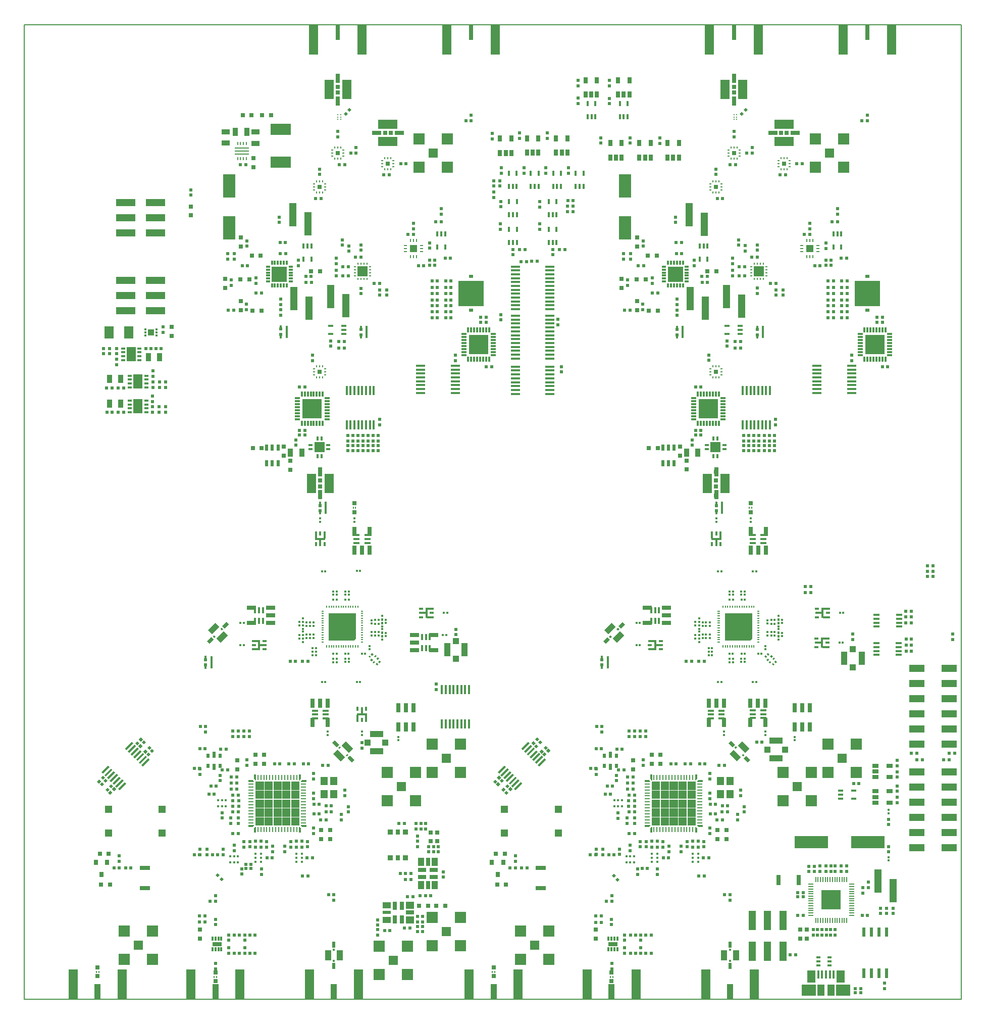
<source format=gtp>
G04 #@! TF.FileFunction,Paste,Top*
%FSLAX46Y46*%
G04 Gerber Fmt 4.6, Leading zero omitted, Abs format (unit mm)*
G04 Created by KiCad (PCBNEW 4.0.7-e2-6376~61~ubuntu18.04.1) date Tue Nov 15 11:44:20 2022*
%MOMM*%
%LPD*%
G01*
G04 APERTURE LIST*
%ADD10C,0.150000*%
%ADD11C,0.100000*%
%ADD12C,0.200000*%
%ADD13R,0.450000X1.380000*%
%ADD14R,1.475000X2.100000*%
%ADD15R,2.375000X1.900000*%
%ADD16R,1.175000X1.900000*%
%ADD17R,0.200000X0.875000*%
%ADD18R,0.875000X0.200000*%
%ADD19R,3.200000X3.200000*%
%ADD20R,0.850000X0.300000*%
%ADD21R,0.300000X0.850000*%
%ADD22R,2.540000X1.270000*%
%ADD23R,1.200000X4.000000*%
%ADD24R,0.495300X0.495300*%
%ADD25R,0.759460X1.648460*%
%ADD26R,1.500000X3.250000*%
%ADD27R,0.700000X1.500000*%
%ADD28O,0.400000X0.200000*%
%ADD29R,0.200000X0.200000*%
%ADD30O,0.200000X0.400000*%
%ADD31R,4.600000X4.300000*%
%ADD32R,4.300000X0.300000*%
%ADD33R,0.127000X0.127000*%
%ADD34R,0.863600X0.254000*%
%ADD35R,0.254000X0.863600*%
%ADD36R,0.450000X1.500000*%
%ADD37R,0.610000X0.670000*%
%ADD38R,0.610000X1.070000*%
%ADD39R,0.700000X1.000000*%
%ADD40R,0.790000X0.300000*%
%ADD41R,0.300000X0.790000*%
%ADD42R,1.700000X1.700000*%
%ADD43R,1.910000X1.910000*%
%ADD44R,1.520000X1.520000*%
%ADD45R,0.600000X1.100000*%
%ADD46R,0.899160X1.399540*%
%ADD47R,2.000000X4.000000*%
%ADD48R,0.550000X0.280000*%
%ADD49R,0.195000X0.400000*%
%ADD50R,1.200000X1.400000*%
%ADD51R,0.300000X0.350000*%
%ADD52R,0.350000X0.300000*%
%ADD53R,0.800000X0.700000*%
%ADD54R,0.700000X0.800000*%
%ADD55R,0.410000X0.330000*%
%ADD56R,0.330000X0.410000*%
%ADD57R,1.300000X1.300000*%
%ADD58R,0.800000X0.900000*%
%ADD59R,1.700000X0.800000*%
%ADD60R,1.648460X0.759460*%
%ADD61R,0.410000X1.780000*%
%ADD62R,0.710000X0.360000*%
%ADD63R,1.270000X0.360000*%
%ADD64R,1.780000X0.410000*%
%ADD65R,0.360000X0.710000*%
%ADD66R,0.360000X1.270000*%
%ADD67R,1.000000X0.350000*%
%ADD68R,0.700000X0.300000*%
%ADD69R,0.300000X0.700000*%
%ADD70R,2.600000X2.600000*%
%ADD71R,0.350000X0.850000*%
%ADD72R,0.850000X0.350000*%
%ADD73R,0.350000X1.000000*%
%ADD74R,2.200000X1.000000*%
%ADD75R,1.000000X1.000000*%
%ADD76R,0.440000X0.200000*%
%ADD77R,0.200000X0.440000*%
%ADD78R,0.760000X0.760000*%
%ADD79R,1.496060X5.000000*%
%ADD80R,0.698500X2.500000*%
%ADD81R,0.800000X0.550000*%
%ADD82R,4.200000X4.200000*%
%ADD83R,0.510000X0.250000*%
%ADD84R,0.250000X0.510000*%
%ADD85R,1.250000X1.250000*%
%ADD86R,0.400000X0.700000*%
%ADD87R,0.400000X2.100000*%
%ADD88R,0.300000X0.670000*%
%ADD89R,1.600000X0.700000*%
%ADD90R,0.800000X0.800000*%
%ADD91R,1.500000X0.450000*%
%ADD92R,3.250000X1.500000*%
%ADD93R,1.500000X0.700000*%
%ADD94R,0.300000X0.250000*%
%ADD95R,0.250000X0.300000*%
%ADD96R,1.524000X2.032000*%
%ADD97R,1.270000X3.200000*%
%ADD98R,1.270000X3.200400*%
%ADD99R,1.000000X2.200000*%
%ADD100R,3.200400X1.270000*%
%ADD101R,3.400000X1.850000*%
%ADD102R,1.399540X0.899160*%
%ADD103R,1.000000X0.700000*%
%ADD104R,1.000000X1.100000*%
%ADD105R,0.430000X0.320000*%
%ADD106R,0.650000X0.300000*%
%ADD107R,1.600000X2.350000*%
%ADD108R,0.250000X0.600000*%
%ADD109R,2.400000X0.250000*%
%ADD110R,0.660000X0.300000*%
%ADD111R,0.550000X1.600000*%
%ADD112R,5.600000X2.100000*%
%ADD113R,0.950000X0.950000*%
%ADD114R,0.800000X0.950000*%
%ADD115R,1.000000X1.350000*%
%ADD116R,0.700000X1.350000*%
%ADD117R,1.350000X0.700000*%
%ADD118R,0.250000X0.180000*%
%ADD119R,1.000000X1.750000*%
%ADD120R,0.600000X1.000000*%
%ADD121R,1.000000X2.500000*%
%ADD122R,1.100000X0.400000*%
%ADD123R,1.350000X1.000000*%
%ADD124R,1.350000X1.200000*%
%ADD125R,1.350000X0.600000*%
%ADD126R,0.760000X1.650000*%
%ADD127R,0.800000X1.700000*%
G04 APERTURE END LIST*
D10*
D11*
X214520000Y-99480000D02*
X214520000Y-99470000D01*
D12*
X57390000Y-99480000D02*
X214520000Y-99480000D01*
X57390000Y-99480000D02*
X57390000Y-262740000D01*
X214520000Y-262730000D02*
X214520000Y-99480000D01*
X57390000Y-262740000D02*
X214520000Y-262740000D01*
D11*
G36*
X96216365Y-226316245D02*
X96216365Y-227609765D01*
X97509885Y-227609765D01*
X97509885Y-226316245D01*
X96216365Y-226316245D01*
G37*
X96216365Y-226316245D02*
X96216365Y-227609765D01*
X97509885Y-227609765D01*
X97509885Y-226316245D01*
X96216365Y-226316245D01*
G36*
X96216365Y-227809765D02*
X96216365Y-229103285D01*
X97509885Y-229103285D01*
X97509885Y-227809765D01*
X96216365Y-227809765D01*
G37*
X96216365Y-227809765D02*
X96216365Y-229103285D01*
X97509885Y-229103285D01*
X97509885Y-227809765D01*
X96216365Y-227809765D01*
G36*
X96216365Y-229303285D02*
X96216365Y-230596805D01*
X97509885Y-230596805D01*
X97509885Y-229303285D01*
X96216365Y-229303285D01*
G37*
X96216365Y-229303285D02*
X96216365Y-230596805D01*
X97509885Y-230596805D01*
X97509885Y-229303285D01*
X96216365Y-229303285D01*
G36*
X96216365Y-230796805D02*
X96216365Y-232090325D01*
X97509885Y-232090325D01*
X97509885Y-230796805D01*
X96216365Y-230796805D01*
G37*
X96216365Y-230796805D02*
X96216365Y-232090325D01*
X97509885Y-232090325D01*
X97509885Y-230796805D01*
X96216365Y-230796805D01*
G36*
X96216365Y-232290325D02*
X96216365Y-233583845D01*
X97509885Y-233583845D01*
X97509885Y-232290325D01*
X96216365Y-232290325D01*
G37*
X96216365Y-232290325D02*
X96216365Y-233583845D01*
X97509885Y-233583845D01*
X97509885Y-232290325D01*
X96216365Y-232290325D01*
G36*
X97709885Y-226316245D02*
X97709885Y-227609765D01*
X99003405Y-227609765D01*
X99003405Y-226316245D01*
X97709885Y-226316245D01*
G37*
X97709885Y-226316245D02*
X97709885Y-227609765D01*
X99003405Y-227609765D01*
X99003405Y-226316245D01*
X97709885Y-226316245D01*
G36*
X97709885Y-227809765D02*
X97709885Y-229103285D01*
X99003405Y-229103285D01*
X99003405Y-227809765D01*
X97709885Y-227809765D01*
G37*
X97709885Y-227809765D02*
X97709885Y-229103285D01*
X99003405Y-229103285D01*
X99003405Y-227809765D01*
X97709885Y-227809765D01*
G36*
X97709885Y-229303285D02*
X97709885Y-230596805D01*
X99003405Y-230596805D01*
X99003405Y-229303285D01*
X97709885Y-229303285D01*
G37*
X97709885Y-229303285D02*
X97709885Y-230596805D01*
X99003405Y-230596805D01*
X99003405Y-229303285D01*
X97709885Y-229303285D01*
G36*
X97709885Y-230796805D02*
X97709885Y-232090325D01*
X99003405Y-232090325D01*
X99003405Y-230796805D01*
X97709885Y-230796805D01*
G37*
X97709885Y-230796805D02*
X97709885Y-232090325D01*
X99003405Y-232090325D01*
X99003405Y-230796805D01*
X97709885Y-230796805D01*
G36*
X97709885Y-232290325D02*
X97709885Y-233583845D01*
X99003405Y-233583845D01*
X99003405Y-232290325D01*
X97709885Y-232290325D01*
G37*
X97709885Y-232290325D02*
X97709885Y-233583845D01*
X99003405Y-233583845D01*
X99003405Y-232290325D01*
X97709885Y-232290325D01*
G36*
X99203405Y-226316245D02*
X99203405Y-227609765D01*
X100496925Y-227609765D01*
X100496925Y-226316245D01*
X99203405Y-226316245D01*
G37*
X99203405Y-226316245D02*
X99203405Y-227609765D01*
X100496925Y-227609765D01*
X100496925Y-226316245D01*
X99203405Y-226316245D01*
G36*
X99203405Y-227809765D02*
X99203405Y-229103285D01*
X100496925Y-229103285D01*
X100496925Y-227809765D01*
X99203405Y-227809765D01*
G37*
X99203405Y-227809765D02*
X99203405Y-229103285D01*
X100496925Y-229103285D01*
X100496925Y-227809765D01*
X99203405Y-227809765D01*
G36*
X99203405Y-229303285D02*
X99203405Y-230596805D01*
X100496925Y-230596805D01*
X100496925Y-229303285D01*
X99203405Y-229303285D01*
G37*
X99203405Y-229303285D02*
X99203405Y-230596805D01*
X100496925Y-230596805D01*
X100496925Y-229303285D01*
X99203405Y-229303285D01*
G36*
X99203405Y-230796805D02*
X99203405Y-232090325D01*
X100496925Y-232090325D01*
X100496925Y-230796805D01*
X99203405Y-230796805D01*
G37*
X99203405Y-230796805D02*
X99203405Y-232090325D01*
X100496925Y-232090325D01*
X100496925Y-230796805D01*
X99203405Y-230796805D01*
G36*
X99203405Y-232290325D02*
X99203405Y-233583845D01*
X100496925Y-233583845D01*
X100496925Y-232290325D01*
X99203405Y-232290325D01*
G37*
X99203405Y-232290325D02*
X99203405Y-233583845D01*
X100496925Y-233583845D01*
X100496925Y-232290325D01*
X99203405Y-232290325D01*
G36*
X100696925Y-226316245D02*
X100696925Y-227609765D01*
X101990445Y-227609765D01*
X101990445Y-226316245D01*
X100696925Y-226316245D01*
G37*
X100696925Y-226316245D02*
X100696925Y-227609765D01*
X101990445Y-227609765D01*
X101990445Y-226316245D01*
X100696925Y-226316245D01*
G36*
X100696925Y-227809765D02*
X100696925Y-229103285D01*
X101990445Y-229103285D01*
X101990445Y-227809765D01*
X100696925Y-227809765D01*
G37*
X100696925Y-227809765D02*
X100696925Y-229103285D01*
X101990445Y-229103285D01*
X101990445Y-227809765D01*
X100696925Y-227809765D01*
G36*
X100696925Y-229303285D02*
X100696925Y-230596805D01*
X101990445Y-230596805D01*
X101990445Y-229303285D01*
X100696925Y-229303285D01*
G37*
X100696925Y-229303285D02*
X100696925Y-230596805D01*
X101990445Y-230596805D01*
X101990445Y-229303285D01*
X100696925Y-229303285D01*
G36*
X100696925Y-230796805D02*
X100696925Y-232090325D01*
X101990445Y-232090325D01*
X101990445Y-230796805D01*
X100696925Y-230796805D01*
G37*
X100696925Y-230796805D02*
X100696925Y-232090325D01*
X101990445Y-232090325D01*
X101990445Y-230796805D01*
X100696925Y-230796805D01*
G36*
X100696925Y-232290325D02*
X100696925Y-233583845D01*
X101990445Y-233583845D01*
X101990445Y-232290325D01*
X100696925Y-232290325D01*
G37*
X100696925Y-232290325D02*
X100696925Y-233583845D01*
X101990445Y-233583845D01*
X101990445Y-232290325D01*
X100696925Y-232290325D01*
G36*
X102190445Y-226316245D02*
X102190445Y-227609765D01*
X103483965Y-227609765D01*
X103483965Y-226316245D01*
X102190445Y-226316245D01*
G37*
X102190445Y-226316245D02*
X102190445Y-227609765D01*
X103483965Y-227609765D01*
X103483965Y-226316245D01*
X102190445Y-226316245D01*
G36*
X102190445Y-227809765D02*
X102190445Y-229103285D01*
X103483965Y-229103285D01*
X103483965Y-227809765D01*
X102190445Y-227809765D01*
G37*
X102190445Y-227809765D02*
X102190445Y-229103285D01*
X103483965Y-229103285D01*
X103483965Y-227809765D01*
X102190445Y-227809765D01*
G36*
X102190445Y-229303285D02*
X102190445Y-230596805D01*
X103483965Y-230596805D01*
X103483965Y-229303285D01*
X102190445Y-229303285D01*
G37*
X102190445Y-229303285D02*
X102190445Y-230596805D01*
X103483965Y-230596805D01*
X103483965Y-229303285D01*
X102190445Y-229303285D01*
G36*
X102190445Y-230796805D02*
X102190445Y-232090325D01*
X103483965Y-232090325D01*
X103483965Y-230796805D01*
X102190445Y-230796805D01*
G37*
X102190445Y-230796805D02*
X102190445Y-232090325D01*
X103483965Y-232090325D01*
X103483965Y-230796805D01*
X102190445Y-230796805D01*
G36*
X102190445Y-232290325D02*
X102190445Y-233583845D01*
X103483965Y-233583845D01*
X103483965Y-232290325D01*
X102190445Y-232290325D01*
G37*
X102190445Y-232290325D02*
X102190445Y-233583845D01*
X103483965Y-233583845D01*
X103483965Y-232290325D01*
X102190445Y-232290325D01*
G36*
X95036865Y-226073045D02*
X95036860Y-226327046D01*
X95900465Y-226327045D01*
X95900460Y-226276246D01*
X95697260Y-226073046D01*
X95036865Y-226073045D01*
G37*
X95036865Y-226073045D02*
X95036860Y-226327046D01*
X95900465Y-226327045D01*
X95900460Y-226276246D01*
X95697260Y-226073046D01*
X95036865Y-226073045D01*
G36*
X95973165Y-225136745D02*
X95973155Y-225797145D01*
X96176355Y-226000345D01*
X96227165Y-226000345D01*
X96227165Y-225136745D01*
X95973165Y-225136745D01*
G37*
X95973165Y-225136745D02*
X95973155Y-225797145D01*
X96176355Y-226000345D01*
X96227165Y-226000345D01*
X96227165Y-225136745D01*
X95973165Y-225136745D01*
G36*
X103473165Y-225136745D02*
X103473165Y-226000345D01*
X103523965Y-226000345D01*
X103727165Y-225797145D01*
X103727165Y-225136745D01*
X103473165Y-225136745D01*
G37*
X103473165Y-225136745D02*
X103473165Y-226000345D01*
X103523965Y-226000345D01*
X103727165Y-225797145D01*
X103727165Y-225136745D01*
X103473165Y-225136745D01*
G36*
X103799860Y-226276246D02*
X103799860Y-226327046D01*
X104663465Y-226327045D01*
X104663465Y-226073045D01*
X104003060Y-226073046D01*
X103799860Y-226276246D01*
G37*
X103799860Y-226276246D02*
X103799860Y-226327046D01*
X104663465Y-226327045D01*
X104663465Y-226073045D01*
X104003060Y-226073046D01*
X103799860Y-226276246D01*
G36*
X95036865Y-233573044D02*
X95036865Y-233827045D01*
X95697265Y-233827044D01*
X95900465Y-233623844D01*
X95900465Y-233573044D01*
X95036865Y-233573044D01*
G37*
X95036865Y-233573044D02*
X95036865Y-233827045D01*
X95697265Y-233827044D01*
X95900465Y-233623844D01*
X95900465Y-233573044D01*
X95036865Y-233573044D01*
G36*
X95973160Y-234102945D02*
X95973165Y-234763345D01*
X96227165Y-234763345D01*
X96227165Y-233899745D01*
X96176360Y-233899745D01*
X95973160Y-234102945D01*
G37*
X95973160Y-234102945D02*
X95973165Y-234763345D01*
X96227165Y-234763345D01*
X96227165Y-233899745D01*
X96176360Y-233899745D01*
X95973160Y-234102945D01*
G36*
X103473165Y-233899745D02*
X103473170Y-234763345D01*
X103727165Y-234763345D01*
X103727170Y-234102945D01*
X103523970Y-233899745D01*
X103473165Y-233899745D01*
G37*
X103473165Y-233899745D02*
X103473170Y-234763345D01*
X103727165Y-234763345D01*
X103727170Y-234102945D01*
X103523970Y-233899745D01*
X103473165Y-233899745D01*
G36*
X103799865Y-233573044D02*
X103799865Y-233623844D01*
X104003065Y-233827044D01*
X104663465Y-233827045D01*
X104663465Y-233573045D01*
X103799865Y-233573044D01*
G37*
X103799865Y-233573044D02*
X103799865Y-233623844D01*
X104003065Y-233827044D01*
X104663465Y-233827045D01*
X104663465Y-233573045D01*
X103799865Y-233573044D01*
G36*
X162656200Y-226316200D02*
X162656200Y-227609720D01*
X163949720Y-227609720D01*
X163949720Y-226316200D01*
X162656200Y-226316200D01*
G37*
X162656200Y-226316200D02*
X162656200Y-227609720D01*
X163949720Y-227609720D01*
X163949720Y-226316200D01*
X162656200Y-226316200D01*
G36*
X162656200Y-227809720D02*
X162656200Y-229103240D01*
X163949720Y-229103240D01*
X163949720Y-227809720D01*
X162656200Y-227809720D01*
G37*
X162656200Y-227809720D02*
X162656200Y-229103240D01*
X163949720Y-229103240D01*
X163949720Y-227809720D01*
X162656200Y-227809720D01*
G36*
X162656200Y-229303240D02*
X162656200Y-230596760D01*
X163949720Y-230596760D01*
X163949720Y-229303240D01*
X162656200Y-229303240D01*
G37*
X162656200Y-229303240D02*
X162656200Y-230596760D01*
X163949720Y-230596760D01*
X163949720Y-229303240D01*
X162656200Y-229303240D01*
G36*
X162656200Y-230796760D02*
X162656200Y-232090280D01*
X163949720Y-232090280D01*
X163949720Y-230796760D01*
X162656200Y-230796760D01*
G37*
X162656200Y-230796760D02*
X162656200Y-232090280D01*
X163949720Y-232090280D01*
X163949720Y-230796760D01*
X162656200Y-230796760D01*
G36*
X162656200Y-232290280D02*
X162656200Y-233583800D01*
X163949720Y-233583800D01*
X163949720Y-232290280D01*
X162656200Y-232290280D01*
G37*
X162656200Y-232290280D02*
X162656200Y-233583800D01*
X163949720Y-233583800D01*
X163949720Y-232290280D01*
X162656200Y-232290280D01*
G36*
X164149720Y-226316200D02*
X164149720Y-227609720D01*
X165443240Y-227609720D01*
X165443240Y-226316200D01*
X164149720Y-226316200D01*
G37*
X164149720Y-226316200D02*
X164149720Y-227609720D01*
X165443240Y-227609720D01*
X165443240Y-226316200D01*
X164149720Y-226316200D01*
G36*
X164149720Y-227809720D02*
X164149720Y-229103240D01*
X165443240Y-229103240D01*
X165443240Y-227809720D01*
X164149720Y-227809720D01*
G37*
X164149720Y-227809720D02*
X164149720Y-229103240D01*
X165443240Y-229103240D01*
X165443240Y-227809720D01*
X164149720Y-227809720D01*
G36*
X164149720Y-229303240D02*
X164149720Y-230596760D01*
X165443240Y-230596760D01*
X165443240Y-229303240D01*
X164149720Y-229303240D01*
G37*
X164149720Y-229303240D02*
X164149720Y-230596760D01*
X165443240Y-230596760D01*
X165443240Y-229303240D01*
X164149720Y-229303240D01*
G36*
X164149720Y-230796760D02*
X164149720Y-232090280D01*
X165443240Y-232090280D01*
X165443240Y-230796760D01*
X164149720Y-230796760D01*
G37*
X164149720Y-230796760D02*
X164149720Y-232090280D01*
X165443240Y-232090280D01*
X165443240Y-230796760D01*
X164149720Y-230796760D01*
G36*
X164149720Y-232290280D02*
X164149720Y-233583800D01*
X165443240Y-233583800D01*
X165443240Y-232290280D01*
X164149720Y-232290280D01*
G37*
X164149720Y-232290280D02*
X164149720Y-233583800D01*
X165443240Y-233583800D01*
X165443240Y-232290280D01*
X164149720Y-232290280D01*
G36*
X165643240Y-226316200D02*
X165643240Y-227609720D01*
X166936760Y-227609720D01*
X166936760Y-226316200D01*
X165643240Y-226316200D01*
G37*
X165643240Y-226316200D02*
X165643240Y-227609720D01*
X166936760Y-227609720D01*
X166936760Y-226316200D01*
X165643240Y-226316200D01*
G36*
X165643240Y-227809720D02*
X165643240Y-229103240D01*
X166936760Y-229103240D01*
X166936760Y-227809720D01*
X165643240Y-227809720D01*
G37*
X165643240Y-227809720D02*
X165643240Y-229103240D01*
X166936760Y-229103240D01*
X166936760Y-227809720D01*
X165643240Y-227809720D01*
G36*
X165643240Y-229303240D02*
X165643240Y-230596760D01*
X166936760Y-230596760D01*
X166936760Y-229303240D01*
X165643240Y-229303240D01*
G37*
X165643240Y-229303240D02*
X165643240Y-230596760D01*
X166936760Y-230596760D01*
X166936760Y-229303240D01*
X165643240Y-229303240D01*
G36*
X165643240Y-230796760D02*
X165643240Y-232090280D01*
X166936760Y-232090280D01*
X166936760Y-230796760D01*
X165643240Y-230796760D01*
G37*
X165643240Y-230796760D02*
X165643240Y-232090280D01*
X166936760Y-232090280D01*
X166936760Y-230796760D01*
X165643240Y-230796760D01*
G36*
X165643240Y-232290280D02*
X165643240Y-233583800D01*
X166936760Y-233583800D01*
X166936760Y-232290280D01*
X165643240Y-232290280D01*
G37*
X165643240Y-232290280D02*
X165643240Y-233583800D01*
X166936760Y-233583800D01*
X166936760Y-232290280D01*
X165643240Y-232290280D01*
G36*
X167136760Y-226316200D02*
X167136760Y-227609720D01*
X168430280Y-227609720D01*
X168430280Y-226316200D01*
X167136760Y-226316200D01*
G37*
X167136760Y-226316200D02*
X167136760Y-227609720D01*
X168430280Y-227609720D01*
X168430280Y-226316200D01*
X167136760Y-226316200D01*
G36*
X167136760Y-227809720D02*
X167136760Y-229103240D01*
X168430280Y-229103240D01*
X168430280Y-227809720D01*
X167136760Y-227809720D01*
G37*
X167136760Y-227809720D02*
X167136760Y-229103240D01*
X168430280Y-229103240D01*
X168430280Y-227809720D01*
X167136760Y-227809720D01*
G36*
X167136760Y-229303240D02*
X167136760Y-230596760D01*
X168430280Y-230596760D01*
X168430280Y-229303240D01*
X167136760Y-229303240D01*
G37*
X167136760Y-229303240D02*
X167136760Y-230596760D01*
X168430280Y-230596760D01*
X168430280Y-229303240D01*
X167136760Y-229303240D01*
G36*
X167136760Y-230796760D02*
X167136760Y-232090280D01*
X168430280Y-232090280D01*
X168430280Y-230796760D01*
X167136760Y-230796760D01*
G37*
X167136760Y-230796760D02*
X167136760Y-232090280D01*
X168430280Y-232090280D01*
X168430280Y-230796760D01*
X167136760Y-230796760D01*
G36*
X167136760Y-232290280D02*
X167136760Y-233583800D01*
X168430280Y-233583800D01*
X168430280Y-232290280D01*
X167136760Y-232290280D01*
G37*
X167136760Y-232290280D02*
X167136760Y-233583800D01*
X168430280Y-233583800D01*
X168430280Y-232290280D01*
X167136760Y-232290280D01*
G36*
X168630280Y-226316200D02*
X168630280Y-227609720D01*
X169923800Y-227609720D01*
X169923800Y-226316200D01*
X168630280Y-226316200D01*
G37*
X168630280Y-226316200D02*
X168630280Y-227609720D01*
X169923800Y-227609720D01*
X169923800Y-226316200D01*
X168630280Y-226316200D01*
G36*
X168630280Y-227809720D02*
X168630280Y-229103240D01*
X169923800Y-229103240D01*
X169923800Y-227809720D01*
X168630280Y-227809720D01*
G37*
X168630280Y-227809720D02*
X168630280Y-229103240D01*
X169923800Y-229103240D01*
X169923800Y-227809720D01*
X168630280Y-227809720D01*
G36*
X168630280Y-229303240D02*
X168630280Y-230596760D01*
X169923800Y-230596760D01*
X169923800Y-229303240D01*
X168630280Y-229303240D01*
G37*
X168630280Y-229303240D02*
X168630280Y-230596760D01*
X169923800Y-230596760D01*
X169923800Y-229303240D01*
X168630280Y-229303240D01*
G36*
X168630280Y-230796760D02*
X168630280Y-232090280D01*
X169923800Y-232090280D01*
X169923800Y-230796760D01*
X168630280Y-230796760D01*
G37*
X168630280Y-230796760D02*
X168630280Y-232090280D01*
X169923800Y-232090280D01*
X169923800Y-230796760D01*
X168630280Y-230796760D01*
G36*
X168630280Y-232290280D02*
X168630280Y-233583800D01*
X169923800Y-233583800D01*
X169923800Y-232290280D01*
X168630280Y-232290280D01*
G37*
X168630280Y-232290280D02*
X168630280Y-233583800D01*
X169923800Y-233583800D01*
X169923800Y-232290280D01*
X168630280Y-232290280D01*
G36*
X161476700Y-226073000D02*
X161476695Y-226327001D01*
X162340300Y-226327000D01*
X162340295Y-226276201D01*
X162137095Y-226073001D01*
X161476700Y-226073000D01*
G37*
X161476700Y-226073000D02*
X161476695Y-226327001D01*
X162340300Y-226327000D01*
X162340295Y-226276201D01*
X162137095Y-226073001D01*
X161476700Y-226073000D01*
G36*
X162413000Y-225136700D02*
X162412990Y-225797100D01*
X162616190Y-226000300D01*
X162667000Y-226000300D01*
X162667000Y-225136700D01*
X162413000Y-225136700D01*
G37*
X162413000Y-225136700D02*
X162412990Y-225797100D01*
X162616190Y-226000300D01*
X162667000Y-226000300D01*
X162667000Y-225136700D01*
X162413000Y-225136700D01*
G36*
X169913000Y-225136700D02*
X169913000Y-226000300D01*
X169963800Y-226000300D01*
X170167000Y-225797100D01*
X170167000Y-225136700D01*
X169913000Y-225136700D01*
G37*
X169913000Y-225136700D02*
X169913000Y-226000300D01*
X169963800Y-226000300D01*
X170167000Y-225797100D01*
X170167000Y-225136700D01*
X169913000Y-225136700D01*
G36*
X170239695Y-226276201D02*
X170239695Y-226327001D01*
X171103300Y-226327000D01*
X171103300Y-226073000D01*
X170442895Y-226073001D01*
X170239695Y-226276201D01*
G37*
X170239695Y-226276201D02*
X170239695Y-226327001D01*
X171103300Y-226327000D01*
X171103300Y-226073000D01*
X170442895Y-226073001D01*
X170239695Y-226276201D01*
G36*
X161476700Y-233572999D02*
X161476700Y-233827000D01*
X162137100Y-233826999D01*
X162340300Y-233623799D01*
X162340300Y-233572999D01*
X161476700Y-233572999D01*
G37*
X161476700Y-233572999D02*
X161476700Y-233827000D01*
X162137100Y-233826999D01*
X162340300Y-233623799D01*
X162340300Y-233572999D01*
X161476700Y-233572999D01*
G36*
X162412995Y-234102900D02*
X162413000Y-234763300D01*
X162667000Y-234763300D01*
X162667000Y-233899700D01*
X162616195Y-233899700D01*
X162412995Y-234102900D01*
G37*
X162412995Y-234102900D02*
X162413000Y-234763300D01*
X162667000Y-234763300D01*
X162667000Y-233899700D01*
X162616195Y-233899700D01*
X162412995Y-234102900D01*
G36*
X169913000Y-233899700D02*
X169913005Y-234763300D01*
X170167000Y-234763300D01*
X170167005Y-234102900D01*
X169963805Y-233899700D01*
X169913000Y-233899700D01*
G37*
X169913000Y-233899700D02*
X169913005Y-234763300D01*
X170167000Y-234763300D01*
X170167005Y-234102900D01*
X169963805Y-233899700D01*
X169913000Y-233899700D01*
G36*
X170239700Y-233572999D02*
X170239700Y-233623799D01*
X170442900Y-233826999D01*
X171103300Y-233827000D01*
X171103300Y-233573000D01*
X170239700Y-233572999D01*
G37*
X170239700Y-233572999D02*
X170239700Y-233623799D01*
X170442900Y-233826999D01*
X171103300Y-233827000D01*
X171103300Y-233573000D01*
X170239700Y-233572999D01*
D13*
X190573740Y-258630000D03*
X191223740Y-258630000D03*
X191873740Y-258630000D03*
X192523740Y-258630000D03*
X193173740Y-258630000D03*
D14*
X189411240Y-258990000D03*
X194336240Y-258990000D03*
D15*
X188963740Y-261290000D03*
X194783740Y-261290000D03*
D16*
X191033740Y-261290000D03*
X192713740Y-261290000D03*
D17*
X195353740Y-249547500D03*
X194953740Y-249547500D03*
X194553740Y-249547500D03*
X194153740Y-249547500D03*
X193753740Y-249547500D03*
X193353740Y-249547500D03*
X192953740Y-249547500D03*
X192553740Y-249547500D03*
X192153740Y-249547500D03*
X191753740Y-249547500D03*
X191353740Y-249547500D03*
X190953740Y-249547500D03*
X190553740Y-249547500D03*
X190153740Y-249547500D03*
X190153740Y-242672500D03*
X190553740Y-242672500D03*
X190953740Y-242672500D03*
X191353740Y-242672500D03*
X191753740Y-242672500D03*
X192153740Y-242672500D03*
X192553740Y-242672500D03*
X192953740Y-242672500D03*
X193353740Y-242672500D03*
X193753740Y-242672500D03*
X194153740Y-242672500D03*
X194553740Y-242672500D03*
X194953740Y-242672500D03*
X195353740Y-242672500D03*
D18*
X189316240Y-248710000D03*
X189316240Y-248310000D03*
X189316240Y-247910000D03*
X189316240Y-247510000D03*
X189316240Y-247110000D03*
X189316240Y-246710000D03*
X189316240Y-246310000D03*
X189316240Y-245910000D03*
X189316240Y-245510000D03*
X189316240Y-245110000D03*
X189316240Y-244710000D03*
X189316240Y-244310000D03*
X189316240Y-243910000D03*
X189316240Y-243510000D03*
X196191240Y-243510000D03*
X196191240Y-243910000D03*
X196191240Y-244310000D03*
X196191240Y-244710000D03*
X196191240Y-245110000D03*
X196191240Y-245510000D03*
X196191240Y-245910000D03*
X196191240Y-248710000D03*
X196191240Y-248310000D03*
X196191240Y-247910000D03*
X196191240Y-247510000D03*
X196191240Y-247110000D03*
X196191240Y-246710000D03*
X196191240Y-246310000D03*
D19*
X192753740Y-246110000D03*
D20*
X169675000Y-165560000D03*
X169675000Y-165060000D03*
X169675000Y-164560000D03*
X169675000Y-164060000D03*
X169675000Y-163560000D03*
X169675000Y-163060000D03*
X169675000Y-162560000D03*
X169675000Y-162060000D03*
X174625000Y-162060000D03*
X174625000Y-162560000D03*
X174625000Y-163060000D03*
X174625000Y-163560000D03*
X174625000Y-164060000D03*
X174625000Y-164560000D03*
X174625000Y-165060000D03*
X174625000Y-165560000D03*
D21*
X170400000Y-161335000D03*
X170900000Y-161335000D03*
X171400000Y-161335000D03*
X171900000Y-161335000D03*
X172400000Y-161335000D03*
X172900000Y-161335000D03*
X173400000Y-161335000D03*
X173900000Y-161335000D03*
X173900000Y-166285000D03*
X173400000Y-166285000D03*
X172900000Y-166285000D03*
X172400000Y-166285000D03*
X171900000Y-166285000D03*
X171400000Y-166285000D03*
X170900000Y-166285000D03*
D19*
X172150000Y-163810000D03*
D21*
X170400000Y-166285000D03*
D22*
X207070420Y-237385000D03*
X207070420Y-234845000D03*
X207070420Y-232305000D03*
X207070420Y-229765000D03*
X207070420Y-227225000D03*
X207070420Y-224685000D03*
X212530420Y-224685000D03*
X212530420Y-227225000D03*
X212530420Y-229765000D03*
X212530420Y-232305000D03*
X212530420Y-234845000D03*
X212530420Y-237385000D03*
D23*
X108780000Y-144970000D03*
X111320000Y-146570000D03*
D24*
X189000840Y-241350000D03*
X189900000Y-241350000D03*
D20*
X202545000Y-151300000D03*
X202545000Y-151800000D03*
X202545000Y-152300000D03*
X202545000Y-152800000D03*
X202545000Y-153300000D03*
X202545000Y-153800000D03*
X202545000Y-154300000D03*
X202545000Y-154800000D03*
X197595000Y-154800000D03*
X197595000Y-154300000D03*
X197595000Y-153800000D03*
X197595000Y-153300000D03*
X197595000Y-152800000D03*
X197595000Y-152300000D03*
X197595000Y-151800000D03*
X197595000Y-151300000D03*
D21*
X201820000Y-155525000D03*
X201320000Y-155525000D03*
X200820000Y-155525000D03*
X200320000Y-155525000D03*
X199820000Y-155525000D03*
X199320000Y-155525000D03*
X198820000Y-155525000D03*
X198320000Y-155525000D03*
X198320000Y-150575000D03*
X198820000Y-150575000D03*
X199320000Y-150575000D03*
X199820000Y-150575000D03*
X200320000Y-150575000D03*
X200820000Y-150575000D03*
X201320000Y-150575000D03*
D19*
X200070000Y-153050000D03*
D21*
X201820000Y-150575000D03*
D25*
X172198880Y-213164840D03*
X173468880Y-213164840D03*
X174738880Y-213164840D03*
X174738880Y-216342380D03*
X172198880Y-216342380D03*
D26*
X174955000Y-176300000D03*
X172005000Y-176300000D03*
D27*
X173480000Y-174400000D03*
X173480000Y-178200000D03*
D25*
X105768880Y-213164840D03*
X107038880Y-213164840D03*
X108308880Y-213164840D03*
X108308880Y-216342380D03*
X105768880Y-216342380D03*
D28*
X114054364Y-202928375D03*
X114054364Y-202528375D03*
X114054364Y-202128375D03*
X114054364Y-201728375D03*
X114054364Y-201328375D03*
X114054364Y-200928375D03*
X114054364Y-200528375D03*
X114054364Y-200128375D03*
X114054364Y-199728375D03*
X114054364Y-199328375D03*
X114054364Y-198928375D03*
X114054364Y-198528375D03*
X114054364Y-198128375D03*
X114054364Y-197728375D03*
D29*
X114154364Y-202928375D03*
X114154364Y-202528375D03*
X114154364Y-202128375D03*
X114154364Y-201728375D03*
X114154364Y-201328375D03*
X114154364Y-200928375D03*
X114154364Y-200528375D03*
X114154364Y-200128375D03*
X114154364Y-199728375D03*
X114154364Y-199328375D03*
X114154364Y-198928375D03*
X114154364Y-198528375D03*
X114154364Y-198128375D03*
X114154364Y-197728375D03*
X113354364Y-196928375D03*
X112954364Y-196928375D03*
X112554364Y-196928375D03*
X112154364Y-196928375D03*
X111754364Y-196928375D03*
X111354364Y-196928375D03*
X110954364Y-196928375D03*
X110554364Y-196928375D03*
X110154364Y-196928375D03*
X109754364Y-196928375D03*
X109354364Y-196928375D03*
X108954364Y-196928375D03*
X108554364Y-196928375D03*
X108154364Y-196928375D03*
X107354364Y-197728375D03*
X107354364Y-198128375D03*
X107354364Y-198528375D03*
X107354364Y-198928375D03*
X107354364Y-199328375D03*
X107354364Y-199728375D03*
X107354364Y-200128375D03*
X107354364Y-200528375D03*
X107354364Y-200928375D03*
X107354364Y-201328375D03*
X107354364Y-201728375D03*
X107354364Y-202128375D03*
X107354364Y-202528375D03*
X107354364Y-202928375D03*
X108154364Y-203728375D03*
X108554364Y-203728375D03*
X108954364Y-203728375D03*
X109354364Y-203728375D03*
X109754364Y-203728375D03*
X110154364Y-203728375D03*
X110554364Y-203728375D03*
X110954364Y-203728375D03*
X111354364Y-203728375D03*
X111754364Y-203728375D03*
X112154364Y-203728375D03*
X112554364Y-203728375D03*
X112954364Y-203728375D03*
X113354364Y-203728375D03*
D30*
X113354364Y-197028375D03*
X112954364Y-197028375D03*
X112554364Y-197028375D03*
X112154364Y-197028375D03*
X111754364Y-197028375D03*
X111354364Y-197028375D03*
X110954364Y-197028375D03*
X110554364Y-197028375D03*
X110154364Y-197028375D03*
X109754364Y-197028375D03*
X109354364Y-197028375D03*
X108954364Y-197028375D03*
X108554364Y-197028375D03*
X108154364Y-197028375D03*
D28*
X107454364Y-197728375D03*
X107454364Y-198128375D03*
X107454364Y-198528375D03*
X107454364Y-198928375D03*
X107454364Y-199328375D03*
X107454364Y-199728375D03*
X107454364Y-200128375D03*
X107454364Y-200528375D03*
X107454364Y-200928375D03*
X107454364Y-201328375D03*
X107454364Y-201728375D03*
X107454364Y-202128375D03*
X107454364Y-202528375D03*
X107454364Y-202928375D03*
D30*
X108154364Y-203628375D03*
X108554364Y-203628375D03*
X108954364Y-203628375D03*
X109354364Y-203628375D03*
X109754364Y-203628375D03*
X110154364Y-203628375D03*
X110554364Y-203628375D03*
X110954364Y-203628375D03*
X111354364Y-203628375D03*
X111754364Y-203628375D03*
X112154364Y-203628375D03*
X112554364Y-203628375D03*
X112954364Y-203628375D03*
X113354364Y-203628375D03*
D31*
X110754364Y-200178375D03*
D32*
X110604364Y-202478375D03*
D10*
G36*
X113054364Y-202328375D02*
X112754364Y-202628375D01*
X112554364Y-202628375D01*
X112254364Y-202328375D01*
X113054364Y-202328375D01*
X113054364Y-202328375D01*
G37*
D24*
X155930000Y-256760420D03*
X155930000Y-257659580D03*
D33*
X95468665Y-226200045D03*
D34*
X95468665Y-226700044D03*
X95468665Y-227200045D03*
X95468665Y-227700044D03*
X95468665Y-228200046D03*
X95468665Y-228700045D03*
X95468665Y-229200044D03*
X95468665Y-229700045D03*
X95468665Y-230200045D03*
X95468665Y-230700046D03*
X95468665Y-231200045D03*
X95468665Y-231700044D03*
X95468665Y-232200046D03*
X95468665Y-232700045D03*
X95468665Y-233200046D03*
D33*
X95468665Y-233700045D03*
X96100165Y-234331545D03*
D35*
X96600164Y-234331545D03*
X97100165Y-234331545D03*
X97600164Y-234331545D03*
X98100166Y-234331545D03*
X98600165Y-234331545D03*
X99100164Y-234331545D03*
X99600165Y-234331545D03*
X100100165Y-234331545D03*
X100600166Y-234331545D03*
X101100165Y-234331545D03*
X101600164Y-234331545D03*
X102100166Y-234331545D03*
X102600165Y-234331545D03*
X103100166Y-234331545D03*
D33*
X103600165Y-234331545D03*
X104231665Y-233700045D03*
D34*
X104231665Y-233200046D03*
X104231665Y-232700045D03*
X104231665Y-232200046D03*
X104231665Y-231700044D03*
X104231665Y-231200045D03*
X104231665Y-230700046D03*
X104231665Y-230200045D03*
X104231665Y-229700045D03*
X104231665Y-229200044D03*
X104231665Y-228700045D03*
X104231665Y-228200046D03*
X104231665Y-227700044D03*
X104231665Y-227200045D03*
X104231665Y-226700044D03*
D33*
X104231665Y-226200045D03*
X103600165Y-225568545D03*
D35*
X103100166Y-225568545D03*
X102600165Y-225568545D03*
X102100166Y-225568545D03*
X101600164Y-225568545D03*
X101100165Y-225568545D03*
X100600166Y-225568545D03*
X100100165Y-225568545D03*
X99600165Y-225568545D03*
X99100164Y-225568545D03*
X98600165Y-225568545D03*
X98100166Y-225568545D03*
X97600164Y-225568545D03*
X97100165Y-225568545D03*
X96600164Y-225568545D03*
D33*
X96100165Y-225568545D03*
D24*
X132369580Y-115540000D03*
X131470420Y-115540000D03*
D36*
X127455000Y-210840000D03*
X128105000Y-210840000D03*
X128755000Y-210840000D03*
X129405000Y-210840000D03*
X130055000Y-210840000D03*
X130705000Y-210840000D03*
X131355000Y-210840000D03*
X132005000Y-210840000D03*
X132005000Y-216640000D03*
X131355000Y-216640000D03*
X130705000Y-216640000D03*
X130055000Y-216640000D03*
X127455000Y-216640000D03*
X128105000Y-216640000D03*
X128755000Y-216640000D03*
X129405000Y-216640000D03*
D37*
X88270165Y-221975045D03*
D38*
X89260165Y-221775045D03*
D37*
X90250165Y-221975045D03*
X90250165Y-223625045D03*
D38*
X89260165Y-223825045D03*
D37*
X88270165Y-223625045D03*
D39*
X160570000Y-119300000D03*
X162470000Y-119300000D03*
X162470000Y-121700000D03*
X161520000Y-121700000D03*
X160570000Y-121700000D03*
D40*
X174845000Y-169940000D03*
X174845000Y-170600000D03*
X171875000Y-169940000D03*
X171875000Y-170600000D03*
D41*
X173030000Y-168785000D03*
X173690000Y-168785000D03*
X173690000Y-171755000D03*
D42*
X173360000Y-170270000D03*
D41*
X173030000Y-171755000D03*
D39*
X141740000Y-118480000D03*
X143640000Y-118480000D03*
X143640000Y-120880000D03*
X142690000Y-120880000D03*
X141740000Y-120880000D03*
X146610000Y-118490000D03*
X148510000Y-118490000D03*
X148510000Y-120890000D03*
X147560000Y-120890000D03*
X146610000Y-120890000D03*
D43*
X145400000Y-256090000D03*
X145400000Y-251350000D03*
D44*
X143030000Y-253720000D03*
D43*
X140660000Y-251350000D03*
X140660000Y-256090000D03*
D45*
X164500000Y-170340000D03*
X165450000Y-170340000D03*
X166400000Y-170340000D03*
X166400000Y-172940000D03*
X165450000Y-172940000D03*
X164500000Y-172940000D03*
D46*
X170392500Y-171140000D03*
X168487500Y-171140000D03*
D47*
X158180000Y-133530000D03*
X158180000Y-126430000D03*
D24*
X198799580Y-115540000D03*
X197900420Y-115540000D03*
D28*
X180490000Y-202930000D03*
X180490000Y-202530000D03*
X180490000Y-202130000D03*
X180490000Y-201730000D03*
X180490000Y-201330000D03*
X180490000Y-200930000D03*
X180490000Y-200530000D03*
X180490000Y-200130000D03*
X180490000Y-199730000D03*
X180490000Y-199330000D03*
X180490000Y-198930000D03*
X180490000Y-198530000D03*
X180490000Y-198130000D03*
X180490000Y-197730000D03*
D29*
X180590000Y-202930000D03*
X180590000Y-202530000D03*
X180590000Y-202130000D03*
X180590000Y-201730000D03*
X180590000Y-201330000D03*
X180590000Y-200930000D03*
X180590000Y-200530000D03*
X180590000Y-200130000D03*
X180590000Y-199730000D03*
X180590000Y-199330000D03*
X180590000Y-198930000D03*
X180590000Y-198530000D03*
X180590000Y-198130000D03*
X180590000Y-197730000D03*
X179790000Y-196930000D03*
X179390000Y-196930000D03*
X178990000Y-196930000D03*
X178590000Y-196930000D03*
X178190000Y-196930000D03*
X177790000Y-196930000D03*
X177390000Y-196930000D03*
X176990000Y-196930000D03*
X176590000Y-196930000D03*
X176190000Y-196930000D03*
X175790000Y-196930000D03*
X175390000Y-196930000D03*
X174990000Y-196930000D03*
X174590000Y-196930000D03*
X173790000Y-197730000D03*
X173790000Y-198130000D03*
X173790000Y-198530000D03*
X173790000Y-198930000D03*
X173790000Y-199330000D03*
X173790000Y-199730000D03*
X173790000Y-200130000D03*
X173790000Y-200530000D03*
X173790000Y-200930000D03*
X173790000Y-201330000D03*
X173790000Y-201730000D03*
X173790000Y-202130000D03*
X173790000Y-202530000D03*
X173790000Y-202930000D03*
X174590000Y-203730000D03*
X174990000Y-203730000D03*
X175390000Y-203730000D03*
X175790000Y-203730000D03*
X176190000Y-203730000D03*
X176590000Y-203730000D03*
X176990000Y-203730000D03*
X177390000Y-203730000D03*
X177790000Y-203730000D03*
X178190000Y-203730000D03*
X178590000Y-203730000D03*
X178990000Y-203730000D03*
X179390000Y-203730000D03*
X179790000Y-203730000D03*
D30*
X179790000Y-197030000D03*
X179390000Y-197030000D03*
X178990000Y-197030000D03*
X178590000Y-197030000D03*
X178190000Y-197030000D03*
X177790000Y-197030000D03*
X177390000Y-197030000D03*
X176990000Y-197030000D03*
X176590000Y-197030000D03*
X176190000Y-197030000D03*
X175790000Y-197030000D03*
X175390000Y-197030000D03*
X174990000Y-197030000D03*
X174590000Y-197030000D03*
D28*
X173890000Y-197730000D03*
X173890000Y-198130000D03*
X173890000Y-198530000D03*
X173890000Y-198930000D03*
X173890000Y-199330000D03*
X173890000Y-199730000D03*
X173890000Y-200130000D03*
X173890000Y-200530000D03*
X173890000Y-200930000D03*
X173890000Y-201330000D03*
X173890000Y-201730000D03*
X173890000Y-202130000D03*
X173890000Y-202530000D03*
X173890000Y-202930000D03*
D30*
X174590000Y-203630000D03*
X174990000Y-203630000D03*
X175390000Y-203630000D03*
X175790000Y-203630000D03*
X176190000Y-203630000D03*
X176590000Y-203630000D03*
X176990000Y-203630000D03*
X177390000Y-203630000D03*
X177790000Y-203630000D03*
X178190000Y-203630000D03*
X178590000Y-203630000D03*
X178990000Y-203630000D03*
X179390000Y-203630000D03*
X179790000Y-203630000D03*
D31*
X177190000Y-200180000D03*
D32*
X177040000Y-202480000D03*
D10*
G36*
X179490000Y-202330000D02*
X179190000Y-202630000D01*
X178990000Y-202630000D01*
X178690000Y-202330000D01*
X179490000Y-202330000D01*
X179490000Y-202330000D01*
G37*
D48*
X179230000Y-179810000D03*
X179230000Y-180930000D03*
D49*
X179027500Y-180370000D03*
X179432500Y-180370000D03*
D10*
G36*
X176954264Y-220566776D02*
X176706776Y-220814264D01*
X176494644Y-220602132D01*
X176742132Y-220354644D01*
X176954264Y-220566776D01*
X176954264Y-220566776D01*
G37*
G36*
X176565356Y-220177868D02*
X176317868Y-220425356D01*
X176105736Y-220213224D01*
X176353224Y-219965736D01*
X176565356Y-220177868D01*
X176565356Y-220177868D01*
G37*
G36*
X178604264Y-222236776D02*
X178356776Y-222484264D01*
X178144644Y-222272132D01*
X178392132Y-222024644D01*
X178604264Y-222236776D01*
X178604264Y-222236776D01*
G37*
G36*
X178215356Y-221847868D02*
X177967868Y-222095356D01*
X177755736Y-221883224D01*
X178003224Y-221635736D01*
X178215356Y-221847868D01*
X178215356Y-221847868D01*
G37*
D50*
X107710165Y-226190045D03*
X107710165Y-228390045D03*
X109310165Y-228390045D03*
X109310165Y-226190045D03*
D51*
X179625000Y-209620000D03*
X180175000Y-209620000D03*
D24*
X159060000Y-236990420D03*
X159060000Y-237889580D03*
D51*
X172205000Y-203930000D03*
X172755000Y-203930000D03*
X172205000Y-204540000D03*
X172755000Y-204540000D03*
X172205000Y-205130000D03*
X172755000Y-205130000D03*
D10*
G36*
X182166776Y-204725736D02*
X182414264Y-204973224D01*
X182202132Y-205185356D01*
X181954644Y-204937868D01*
X182166776Y-204725736D01*
X182166776Y-204725736D01*
G37*
G36*
X181777868Y-205114644D02*
X182025356Y-205362132D01*
X181813224Y-205574264D01*
X181565736Y-205326776D01*
X181777868Y-205114644D01*
X181777868Y-205114644D01*
G37*
D52*
X181720000Y-204135000D03*
X181720000Y-203585000D03*
D51*
X181035000Y-204870000D03*
X180485000Y-204870000D03*
D52*
X170580000Y-201755000D03*
X170580000Y-202305000D03*
X183880000Y-199705000D03*
X183880000Y-199155000D03*
X170580000Y-201155000D03*
X170580000Y-201705000D03*
X170580000Y-202365000D03*
X170580000Y-202915000D03*
X183880000Y-200305000D03*
X183880000Y-199755000D03*
X183880000Y-199105000D03*
X183880000Y-198555000D03*
D51*
X171205000Y-201630000D03*
X171755000Y-201630000D03*
X171205000Y-202230000D03*
X171755000Y-202230000D03*
X183255000Y-199830000D03*
X182705000Y-199830000D03*
X183255000Y-199230000D03*
X182705000Y-199230000D03*
D52*
X172380000Y-201655000D03*
X172380000Y-202205000D03*
D51*
X175695000Y-204870000D03*
X176245000Y-204870000D03*
X178255000Y-195790000D03*
X177705000Y-195790000D03*
X177705000Y-204870000D03*
X178255000Y-204870000D03*
X176255000Y-195790000D03*
X175705000Y-195790000D03*
D52*
X176270000Y-194975000D03*
X176270000Y-194425000D03*
X175690000Y-194975000D03*
X175690000Y-194425000D03*
X177680000Y-205695000D03*
X177680000Y-206245000D03*
X178270000Y-205695000D03*
X178270000Y-206245000D03*
X175690000Y-205715000D03*
X175690000Y-206265000D03*
X176270000Y-205715000D03*
X176270000Y-206265000D03*
X178260000Y-194975000D03*
X178260000Y-194425000D03*
X177670000Y-194965000D03*
X177670000Y-194415000D03*
D51*
X174325000Y-191030000D03*
X173775000Y-191030000D03*
X180175000Y-191030000D03*
X179625000Y-191030000D03*
X173775000Y-209620000D03*
X174325000Y-209620000D03*
D52*
X169970000Y-202305000D03*
X169970000Y-201755000D03*
X184480000Y-199155000D03*
X184480000Y-199705000D03*
D10*
G36*
X183406776Y-205975736D02*
X183654264Y-206223224D01*
X183442132Y-206435356D01*
X183194644Y-206187868D01*
X183406776Y-205975736D01*
X183406776Y-205975736D01*
G37*
G36*
X183017868Y-206364644D02*
X183265356Y-206612132D01*
X183053224Y-206824264D01*
X182805736Y-206576776D01*
X183017868Y-206364644D01*
X183017868Y-206364644D01*
G37*
G36*
X182485736Y-205303224D02*
X182733224Y-205055736D01*
X182945356Y-205267868D01*
X182697868Y-205515356D01*
X182485736Y-205303224D01*
X182485736Y-205303224D01*
G37*
G36*
X182874644Y-205692132D02*
X183122132Y-205444644D01*
X183334264Y-205656776D01*
X183086776Y-205904264D01*
X182874644Y-205692132D01*
X182874644Y-205692132D01*
G37*
G36*
X181865736Y-205913224D02*
X182113224Y-205665736D01*
X182325356Y-205877868D01*
X182077868Y-206125356D01*
X181865736Y-205913224D01*
X181865736Y-205913224D01*
G37*
G36*
X182254644Y-206302132D02*
X182502132Y-206054644D01*
X182714264Y-206266776D01*
X182466776Y-206514264D01*
X182254644Y-206302132D01*
X182254644Y-206302132D01*
G37*
D52*
X182080000Y-199805000D03*
X182080000Y-199255000D03*
D24*
X91249745Y-220900045D03*
X90350585Y-220900045D03*
D10*
G36*
X90848131Y-242617901D02*
X90497901Y-242968131D01*
X90147671Y-242617901D01*
X90497901Y-242267671D01*
X90848131Y-242617901D01*
X90848131Y-242617901D01*
G37*
G36*
X90212329Y-241982099D02*
X89862099Y-242332329D01*
X89511869Y-241982099D01*
X89862099Y-241631869D01*
X90212329Y-241982099D01*
X90212329Y-241982099D01*
G37*
D24*
X89289745Y-228420045D03*
X88390585Y-228420045D03*
X90570165Y-231520465D03*
X90570165Y-232419625D03*
X98120585Y-239090045D03*
X99019745Y-239090045D03*
X92350165Y-229500465D03*
X92350165Y-230399625D03*
X93360165Y-232420465D03*
X93360165Y-233319625D03*
X96220585Y-237310045D03*
X97119745Y-237310045D03*
D53*
X93110165Y-222720045D03*
X93110165Y-224220045D03*
D24*
X93049745Y-226520045D03*
X92150585Y-226520045D03*
X92150585Y-225500045D03*
X93049745Y-225500045D03*
X93049745Y-227530045D03*
X92150585Y-227530045D03*
X94260165Y-236360465D03*
X94260165Y-237259625D03*
X100289745Y-223340045D03*
X99390585Y-223340045D03*
X99080165Y-237120465D03*
X99080165Y-238019625D03*
X101120165Y-237120465D03*
X101120165Y-238019625D03*
X105940165Y-228230465D03*
X105940165Y-229129625D03*
X106000585Y-230070045D03*
X106899745Y-230070045D03*
X106899745Y-231720045D03*
X106000585Y-231720045D03*
X105940165Y-234070465D03*
X105940165Y-234969625D03*
X105940165Y-224930465D03*
X105940165Y-225829625D03*
X103969745Y-237310045D03*
X103070585Y-237310045D03*
X108039745Y-232740045D03*
X107140585Y-232740045D03*
X94760165Y-222640465D03*
X94760165Y-223539625D03*
D54*
X108720165Y-234400045D03*
X107220165Y-234400045D03*
D24*
X105749745Y-239090045D03*
X104850585Y-239090045D03*
D54*
X97670165Y-223360045D03*
X96170165Y-223360045D03*
D24*
X107470585Y-223620045D03*
X108369745Y-223620045D03*
X108030585Y-230330045D03*
X108929745Y-230330045D03*
X104999745Y-242140045D03*
X104100585Y-242140045D03*
X92090165Y-232420465D03*
X92090165Y-233319625D03*
X93309745Y-228550045D03*
X92410585Y-228550045D03*
X93370165Y-229500465D03*
X93370165Y-230399625D03*
X95270165Y-236350465D03*
X95270165Y-237249625D03*
X98060165Y-236360465D03*
X98060165Y-237259625D03*
X96220585Y-236300045D03*
X97119745Y-236300045D03*
X103979745Y-236300045D03*
X103080585Y-236300045D03*
X104920165Y-237249625D03*
X104920165Y-236350465D03*
X102130165Y-237259625D03*
X102130165Y-236360465D03*
D54*
X97670165Y-221830045D03*
X96170165Y-221830045D03*
X108720165Y-235920045D03*
X107220165Y-235920045D03*
D24*
X86860585Y-220780045D03*
X87759745Y-220780045D03*
X92600165Y-236990465D03*
X92600165Y-237889625D03*
X85930585Y-224100045D03*
X86829745Y-224100045D03*
X85930585Y-238580045D03*
X86829745Y-238580045D03*
X89879745Y-238580045D03*
X88980585Y-238580045D03*
X88030165Y-237630465D03*
X88030165Y-238529625D03*
X90820165Y-237630465D03*
X90820165Y-238529625D03*
X86890165Y-224160465D03*
X86890165Y-225059625D03*
X86890165Y-238529625D03*
X86890165Y-237630465D03*
X93870165Y-241819625D03*
X93870165Y-240920465D03*
X90300165Y-226139625D03*
X90300165Y-225240465D03*
X94570585Y-240870045D03*
X95469745Y-240870045D03*
X91529745Y-224340045D03*
X90630585Y-224340045D03*
X88730585Y-227030045D03*
X89629745Y-227030045D03*
X97180165Y-241829625D03*
X97180165Y-240930465D03*
X92410585Y-235030045D03*
X93309745Y-235030045D03*
X101800585Y-223350045D03*
X102699745Y-223350045D03*
X105119745Y-223340045D03*
X104220585Y-223340045D03*
X95469745Y-240170045D03*
X94570585Y-240170045D03*
D55*
X91940165Y-238855045D03*
X92600165Y-238855045D03*
X93260165Y-238855045D03*
X93260165Y-239845045D03*
X92600165Y-239845045D03*
X91940165Y-239845045D03*
X89910165Y-229455045D03*
X90570165Y-229455045D03*
X91230165Y-229455045D03*
X91230165Y-230445045D03*
X90570165Y-230445045D03*
X89910165Y-230445045D03*
D56*
X96165165Y-239750045D03*
X96165165Y-239090045D03*
X96165165Y-238430045D03*
X97155165Y-238430045D03*
X97155165Y-239090045D03*
X97155165Y-239750045D03*
X103025165Y-239750045D03*
X103025165Y-239090045D03*
X103025165Y-238430045D03*
X104015165Y-238430045D03*
X104015165Y-239090045D03*
X104015165Y-239750045D03*
D24*
X108929745Y-231340045D03*
X108030585Y-231340045D03*
X157020000Y-231530420D03*
X157020000Y-232429580D03*
X164570420Y-239090000D03*
X165469580Y-239090000D03*
X158800000Y-229500420D03*
X158800000Y-230399580D03*
X159810000Y-232410420D03*
X159810000Y-233309580D03*
X162670420Y-237310000D03*
X163569580Y-237310000D03*
D53*
X159560000Y-222720000D03*
X159560000Y-224220000D03*
D24*
X159509580Y-226520000D03*
X158610420Y-226520000D03*
X158600420Y-225500000D03*
X159499580Y-225500000D03*
X159499580Y-227530000D03*
X158600420Y-227530000D03*
X166739580Y-223340000D03*
X165840420Y-223340000D03*
X165530000Y-237120420D03*
X165530000Y-238019580D03*
X167560000Y-237120420D03*
X167560000Y-238019580D03*
X172390000Y-228230420D03*
X172390000Y-229129580D03*
X172450420Y-230080000D03*
X173349580Y-230080000D03*
X173349580Y-231720000D03*
X172450420Y-231720000D03*
X172390000Y-234070420D03*
X172390000Y-234969580D03*
X172390000Y-224930420D03*
X172390000Y-225829580D03*
X170419580Y-237320000D03*
X169520420Y-237320000D03*
X174489580Y-232740000D03*
X173590420Y-232740000D03*
X161220000Y-222640420D03*
X161220000Y-223539580D03*
D54*
X175170000Y-234400000D03*
X173670000Y-234400000D03*
D24*
X172199580Y-239090000D03*
X171300420Y-239090000D03*
D54*
X164120000Y-223350000D03*
X162620000Y-223350000D03*
D24*
X173920420Y-223620000D03*
X174819580Y-223620000D03*
X174480420Y-230330000D03*
X175379580Y-230330000D03*
X171439580Y-242140000D03*
X170540420Y-242140000D03*
X175369580Y-231340000D03*
X174470420Y-231340000D03*
X158550000Y-232420420D03*
X158550000Y-233319580D03*
X159759580Y-228550000D03*
X158860420Y-228550000D03*
X159759580Y-231350000D03*
X158860420Y-231350000D03*
X159820000Y-229500420D03*
X159820000Y-230399580D03*
X161720000Y-236350420D03*
X161720000Y-237249580D03*
X164520000Y-236360420D03*
X164520000Y-237259580D03*
X162670420Y-236300000D03*
X163569580Y-236300000D03*
X170429580Y-236300000D03*
X169530420Y-236300000D03*
X171370000Y-237249580D03*
X171370000Y-236350420D03*
X168580000Y-237249580D03*
X168580000Y-236350420D03*
D54*
X164120000Y-221820000D03*
X162620000Y-221820000D03*
X175170000Y-235920000D03*
X173670000Y-235920000D03*
D24*
X153320420Y-220770000D03*
X154219580Y-220770000D03*
X152380420Y-224110000D03*
X153279580Y-224110000D03*
X152370420Y-238580000D03*
X153269580Y-238580000D03*
X156329580Y-238580000D03*
X155430420Y-238580000D03*
X154480000Y-237630420D03*
X154480000Y-238529580D03*
X157270000Y-237620420D03*
X157270000Y-238519580D03*
X153340000Y-224160420D03*
X153340000Y-225059580D03*
X153340000Y-238519580D03*
X153340000Y-237620420D03*
X160320000Y-241829580D03*
X160320000Y-240930420D03*
X161020420Y-240870000D03*
X161919580Y-240870000D03*
X163620000Y-241829580D03*
X163620000Y-240930420D03*
X158850420Y-235030000D03*
X159749580Y-235030000D03*
X168250420Y-223340000D03*
X169149580Y-223340000D03*
X171569580Y-223340000D03*
X170670420Y-223340000D03*
D37*
X154720000Y-221985000D03*
D38*
X155710000Y-221785000D03*
D37*
X156700000Y-221985000D03*
X156700000Y-223635000D03*
D38*
X155710000Y-223835000D03*
D37*
X154720000Y-223635000D03*
D55*
X158390000Y-238845000D03*
X159050000Y-238845000D03*
X159710000Y-238845000D03*
X159710000Y-239835000D03*
X159050000Y-239835000D03*
X158390000Y-239835000D03*
D56*
X162625000Y-239750000D03*
X162625000Y-239090000D03*
X162625000Y-238430000D03*
X163615000Y-238430000D03*
X163615000Y-239090000D03*
X163615000Y-239750000D03*
D33*
X161908500Y-226200000D03*
D34*
X161908500Y-226699999D03*
X161908500Y-227200000D03*
X161908500Y-227699999D03*
X161908500Y-228200001D03*
X161908500Y-228700000D03*
X161908500Y-229199999D03*
X161908500Y-229700000D03*
X161908500Y-230200000D03*
X161908500Y-230700001D03*
X161908500Y-231200000D03*
X161908500Y-231699999D03*
X161908500Y-232200001D03*
X161908500Y-232700000D03*
X161908500Y-233200001D03*
D33*
X161908500Y-233700000D03*
X162540000Y-234331500D03*
D35*
X163039999Y-234331500D03*
X163540000Y-234331500D03*
X164039999Y-234331500D03*
X164540001Y-234331500D03*
X165040000Y-234331500D03*
X165539999Y-234331500D03*
X166040000Y-234331500D03*
X166540000Y-234331500D03*
X167040001Y-234331500D03*
X167540000Y-234331500D03*
X168039999Y-234331500D03*
X168540001Y-234331500D03*
X169040000Y-234331500D03*
X169540001Y-234331500D03*
D33*
X170040000Y-234331500D03*
X170671500Y-233700000D03*
D34*
X170671500Y-233200001D03*
X170671500Y-232700000D03*
X170671500Y-232200001D03*
X170671500Y-231699999D03*
X170671500Y-231200000D03*
X170671500Y-230700001D03*
X170671500Y-230200000D03*
X170671500Y-229700000D03*
X170671500Y-229199999D03*
X170671500Y-228700000D03*
X170671500Y-228200001D03*
X170671500Y-227699999D03*
X170671500Y-227200000D03*
X170671500Y-226699999D03*
D33*
X170671500Y-226200000D03*
X170040000Y-225568500D03*
D35*
X169540001Y-225568500D03*
X169040000Y-225568500D03*
X168540001Y-225568500D03*
X168039999Y-225568500D03*
X167540000Y-225568500D03*
X167040001Y-225568500D03*
X166540000Y-225568500D03*
X166040000Y-225568500D03*
X165539999Y-225568500D03*
X165040000Y-225568500D03*
X164540001Y-225568500D03*
X164039999Y-225568500D03*
X163540000Y-225568500D03*
X163039999Y-225568500D03*
D33*
X162540000Y-225568500D03*
D56*
X169485000Y-239750000D03*
X169485000Y-239090000D03*
X169485000Y-238430000D03*
X170475000Y-238430000D03*
X170475000Y-239090000D03*
X170475000Y-239750000D03*
D10*
G36*
X157278131Y-242707901D02*
X156927901Y-243058131D01*
X156577671Y-242707901D01*
X156927901Y-242357671D01*
X157278131Y-242707901D01*
X157278131Y-242707901D01*
G37*
G36*
X156642329Y-242072099D02*
X156292099Y-242422329D01*
X155941869Y-242072099D01*
X156292099Y-241721869D01*
X156642329Y-242072099D01*
X156642329Y-242072099D01*
G37*
D24*
X157699580Y-220900000D03*
X156800420Y-220900000D03*
X155739580Y-228420000D03*
X154840420Y-228420000D03*
X160700000Y-236350420D03*
X160700000Y-237249580D03*
X156760000Y-226129580D03*
X156760000Y-225230420D03*
X157979580Y-224330000D03*
X157080420Y-224330000D03*
X155180420Y-227030000D03*
X156079580Y-227030000D03*
D57*
X71520000Y-234920000D03*
X71520000Y-230920000D03*
X80520000Y-230920000D03*
X80520000Y-234920000D03*
X137960000Y-234920000D03*
X137960000Y-230920000D03*
X146960000Y-230920000D03*
X146960000Y-234920000D03*
D55*
X156360000Y-229455000D03*
X157020000Y-229455000D03*
X157680000Y-229455000D03*
X157680000Y-230445000D03*
X157020000Y-230445000D03*
X156360000Y-230445000D03*
D50*
X174150000Y-226190000D03*
X174150000Y-228390000D03*
X175750000Y-228390000D03*
X175750000Y-226190000D03*
D51*
X160095000Y-199720000D03*
X160645000Y-199720000D03*
D52*
X170580000Y-199555000D03*
X170580000Y-200105000D03*
D51*
X171195000Y-199630000D03*
X171745000Y-199630000D03*
X171205000Y-200230000D03*
X171755000Y-200230000D03*
D52*
X172380000Y-199655000D03*
X172380000Y-200205000D03*
X169970000Y-200105000D03*
X169970000Y-199555000D03*
D51*
X194695000Y-203010000D03*
X194145000Y-203010000D03*
D52*
X183880000Y-201905000D03*
X183880000Y-201355000D03*
D51*
X183255000Y-201830000D03*
X182705000Y-201830000D03*
X183255000Y-201230000D03*
X182705000Y-201230000D03*
D52*
X182080000Y-201805000D03*
X182080000Y-201255000D03*
X174750000Y-217925000D03*
X174750000Y-218475000D03*
X173470000Y-182745000D03*
X173470000Y-182195000D03*
X181740000Y-217915000D03*
X181740000Y-218465000D03*
X184480000Y-201355000D03*
X184480000Y-201905000D03*
D10*
G36*
X175670621Y-221671942D02*
X176377728Y-220964835D01*
X177615165Y-222202272D01*
X176908058Y-222909379D01*
X175670621Y-221671942D01*
X175670621Y-221671942D01*
G37*
G36*
X177084835Y-220257728D02*
X177791942Y-219550621D01*
X179029379Y-220788058D01*
X178322272Y-221495165D01*
X177084835Y-220257728D01*
X177084835Y-220257728D01*
G37*
G36*
X178057107Y-222361371D02*
X178481371Y-221937107D01*
X179188477Y-222644213D01*
X178764213Y-223068477D01*
X178057107Y-222361371D01*
X178057107Y-222361371D01*
G37*
G36*
X175511523Y-219815787D02*
X175935787Y-219391523D01*
X176642893Y-220098629D01*
X176218629Y-220522893D01*
X175511523Y-219815787D01*
X175511523Y-219815787D01*
G37*
D51*
X160115000Y-203410000D03*
X160665000Y-203410000D03*
X194775000Y-198050000D03*
X194225000Y-198050000D03*
D52*
X179250000Y-182755000D03*
X179250000Y-182205000D03*
X186610000Y-219375000D03*
X186610000Y-218825000D03*
X170580000Y-198955000D03*
X170580000Y-199505000D03*
X170580000Y-200155000D03*
X170580000Y-200705000D03*
X183880000Y-202505000D03*
X183880000Y-201955000D03*
X183880000Y-201305000D03*
X183880000Y-200755000D03*
D43*
X196970000Y-224730000D03*
X196970000Y-219990000D03*
D44*
X194600000Y-222360000D03*
D43*
X192230000Y-219990000D03*
X192230000Y-224730000D03*
D24*
X93299745Y-231330045D03*
X92400585Y-231330045D03*
D43*
X78960000Y-256090000D03*
X78960000Y-251350000D03*
D44*
X76590000Y-253720000D03*
D43*
X74220000Y-251350000D03*
X74220000Y-256090000D03*
D58*
X136805000Y-241855000D03*
X135855000Y-239855000D03*
X137755000Y-239855000D03*
D10*
G36*
X78232099Y-222078131D02*
X77881869Y-221727901D01*
X78232099Y-221377671D01*
X78582329Y-221727901D01*
X78232099Y-222078131D01*
X78232099Y-222078131D01*
G37*
G36*
X78867901Y-221442329D02*
X78517671Y-221092099D01*
X78867901Y-220741869D01*
X79218131Y-221092099D01*
X78867901Y-221442329D01*
X78867901Y-221442329D01*
G37*
G36*
X76862099Y-220678131D02*
X76511869Y-220327901D01*
X76862099Y-219977671D01*
X77212329Y-220327901D01*
X76862099Y-220678131D01*
X76862099Y-220678131D01*
G37*
G36*
X77497901Y-220042329D02*
X77147671Y-219692099D01*
X77497901Y-219341869D01*
X77848131Y-219692099D01*
X77497901Y-220042329D01*
X77497901Y-220042329D01*
G37*
G36*
X76372099Y-220208131D02*
X76021869Y-219857901D01*
X76372099Y-219507671D01*
X76722329Y-219857901D01*
X76372099Y-220208131D01*
X76372099Y-220208131D01*
G37*
G36*
X77007901Y-219572329D02*
X76657671Y-219222099D01*
X77007901Y-218871869D01*
X77358131Y-219222099D01*
X77007901Y-219572329D01*
X77007901Y-219572329D01*
G37*
G36*
X72487901Y-227171869D02*
X72838131Y-227522099D01*
X72487901Y-227872329D01*
X72137671Y-227522099D01*
X72487901Y-227171869D01*
X72487901Y-227171869D01*
G37*
G36*
X71852099Y-227807671D02*
X72202329Y-228157901D01*
X71852099Y-228508131D01*
X71501869Y-228157901D01*
X71852099Y-227807671D01*
X71852099Y-227807671D01*
G37*
G36*
X71997901Y-226681869D02*
X72348131Y-227032099D01*
X71997901Y-227382329D01*
X71647671Y-227032099D01*
X71997901Y-226681869D01*
X71997901Y-226681869D01*
G37*
G36*
X71362099Y-227317671D02*
X71712329Y-227667901D01*
X71362099Y-228018131D01*
X71011869Y-227667901D01*
X71362099Y-227317671D01*
X71362099Y-227317671D01*
G37*
G36*
X71077901Y-225761869D02*
X71428131Y-226112099D01*
X71077901Y-226462329D01*
X70727671Y-226112099D01*
X71077901Y-225761869D01*
X71077901Y-225761869D01*
G37*
G36*
X70442099Y-226397671D02*
X70792329Y-226747901D01*
X70442099Y-227098131D01*
X70091869Y-226747901D01*
X70442099Y-226397671D01*
X70442099Y-226397671D01*
G37*
G36*
X70617901Y-225301869D02*
X70968131Y-225652099D01*
X70617901Y-226002329D01*
X70267671Y-225652099D01*
X70617901Y-225301869D01*
X70617901Y-225301869D01*
G37*
G36*
X69982099Y-225937671D02*
X70332329Y-226287901D01*
X69982099Y-226638131D01*
X69631869Y-226287901D01*
X69982099Y-225937671D01*
X69982099Y-225937671D01*
G37*
G36*
X144668829Y-222066889D02*
X144318599Y-221716659D01*
X144668829Y-221366429D01*
X145019059Y-221716659D01*
X144668829Y-222066889D01*
X144668829Y-222066889D01*
G37*
G36*
X145304631Y-221431087D02*
X144954401Y-221080857D01*
X145304631Y-220730627D01*
X145654861Y-221080857D01*
X145304631Y-221431087D01*
X145304631Y-221431087D01*
G37*
G36*
X144216280Y-221600199D02*
X143866050Y-221249969D01*
X144216280Y-220899739D01*
X144566510Y-221249969D01*
X144216280Y-221600199D01*
X144216280Y-221600199D01*
G37*
G36*
X144852082Y-220964397D02*
X144501852Y-220614167D01*
X144852082Y-220263937D01*
X145202312Y-220614167D01*
X144852082Y-220964397D01*
X144852082Y-220964397D01*
G37*
G36*
X143297041Y-220680961D02*
X142946811Y-220330731D01*
X143297041Y-219980501D01*
X143647271Y-220330731D01*
X143297041Y-220680961D01*
X143297041Y-220680961D01*
G37*
G36*
X143932843Y-220045159D02*
X143582613Y-219694929D01*
X143932843Y-219344699D01*
X144283073Y-219694929D01*
X143932843Y-220045159D01*
X143932843Y-220045159D01*
G37*
G36*
X142816209Y-220200127D02*
X142465979Y-219849897D01*
X142816209Y-219499667D01*
X143166439Y-219849897D01*
X142816209Y-220200127D01*
X142816209Y-220200127D01*
G37*
G36*
X143452011Y-219564325D02*
X143101781Y-219214095D01*
X143452011Y-218863865D01*
X143802241Y-219214095D01*
X143452011Y-219564325D01*
X143452011Y-219564325D01*
G37*
G36*
X138926527Y-227165300D02*
X139276757Y-227515530D01*
X138926527Y-227865760D01*
X138576297Y-227515530D01*
X138926527Y-227165300D01*
X138926527Y-227165300D01*
G37*
G36*
X138290725Y-227801102D02*
X138640955Y-228151332D01*
X138290725Y-228501562D01*
X137940495Y-228151332D01*
X138290725Y-227801102D01*
X138290725Y-227801102D01*
G37*
G36*
X138438624Y-226677395D02*
X138788854Y-227027625D01*
X138438624Y-227377855D01*
X138088394Y-227027625D01*
X138438624Y-226677395D01*
X138438624Y-226677395D01*
G37*
G36*
X137802822Y-227313197D02*
X138153052Y-227663427D01*
X137802822Y-228013657D01*
X137452592Y-227663427D01*
X137802822Y-227313197D01*
X137802822Y-227313197D01*
G37*
G36*
X137519384Y-225758157D02*
X137869614Y-226108387D01*
X137519384Y-226458617D01*
X137169154Y-226108387D01*
X137519384Y-225758157D01*
X137519384Y-225758157D01*
G37*
G36*
X136883582Y-226393959D02*
X137233812Y-226744189D01*
X136883582Y-227094419D01*
X136533352Y-226744189D01*
X136883582Y-226393959D01*
X136883582Y-226393959D01*
G37*
G36*
X137059766Y-225298537D02*
X137409996Y-225648767D01*
X137059766Y-225998997D01*
X136709536Y-225648767D01*
X137059766Y-225298537D01*
X137059766Y-225298537D01*
G37*
G36*
X136423964Y-225934339D02*
X136774194Y-226284569D01*
X136423964Y-226634799D01*
X136073734Y-226284569D01*
X136423964Y-225934339D01*
X136423964Y-225934339D01*
G37*
D24*
X141749580Y-240780000D03*
X140850420Y-240780000D03*
X138910420Y-240770000D03*
X139809580Y-240770000D03*
D59*
X144070000Y-244170000D03*
X144070000Y-240770000D03*
D10*
G36*
X74270901Y-226349328D02*
X74518388Y-226596815D01*
X73387017Y-227728186D01*
X73139530Y-227480699D01*
X74270901Y-226349328D01*
X74270901Y-226349328D01*
G37*
G36*
X73811282Y-225889709D02*
X74058769Y-226137196D01*
X72927398Y-227268567D01*
X72679911Y-227021080D01*
X73811282Y-225889709D01*
X73811282Y-225889709D01*
G37*
G36*
X73351662Y-225430089D02*
X73599149Y-225677576D01*
X72467778Y-226808947D01*
X72220291Y-226561460D01*
X73351662Y-225430089D01*
X73351662Y-225430089D01*
G37*
G36*
X72892043Y-224970470D02*
X73139530Y-225217957D01*
X72008159Y-226349328D01*
X71760672Y-226101841D01*
X72892043Y-224970470D01*
X72892043Y-224970470D01*
G37*
G36*
X72432424Y-224510851D02*
X72679911Y-224758338D01*
X71548540Y-225889709D01*
X71301053Y-225642222D01*
X72432424Y-224510851D01*
X72432424Y-224510851D01*
G37*
G36*
X71972804Y-224051231D02*
X72220291Y-224298718D01*
X71088920Y-225430089D01*
X70841433Y-225182602D01*
X71972804Y-224051231D01*
X71972804Y-224051231D01*
G37*
G36*
X71513185Y-223591612D02*
X71760672Y-223839099D01*
X70629301Y-224970470D01*
X70381814Y-224722983D01*
X71513185Y-223591612D01*
X71513185Y-223591612D01*
G37*
G36*
X75472983Y-219631814D02*
X75720470Y-219879301D01*
X74589099Y-221010672D01*
X74341612Y-220763185D01*
X75472983Y-219631814D01*
X75472983Y-219631814D01*
G37*
G36*
X75932602Y-220091433D02*
X76180089Y-220338920D01*
X75048718Y-221470291D01*
X74801231Y-221222804D01*
X75932602Y-220091433D01*
X75932602Y-220091433D01*
G37*
G36*
X76392222Y-220551053D02*
X76639709Y-220798540D01*
X75508338Y-221929911D01*
X75260851Y-221682424D01*
X76392222Y-220551053D01*
X76392222Y-220551053D01*
G37*
G36*
X76851841Y-221010672D02*
X77099328Y-221258159D01*
X75967957Y-222389530D01*
X75720470Y-222142043D01*
X76851841Y-221010672D01*
X76851841Y-221010672D01*
G37*
G36*
X77311460Y-221470291D02*
X77558947Y-221717778D01*
X76427576Y-222849149D01*
X76180089Y-222601662D01*
X77311460Y-221470291D01*
X77311460Y-221470291D01*
G37*
G36*
X77771080Y-221929911D02*
X78018567Y-222177398D01*
X76887196Y-223308769D01*
X76639709Y-223061282D01*
X77771080Y-221929911D01*
X77771080Y-221929911D01*
G37*
G36*
X78230699Y-222389530D02*
X78478186Y-222637017D01*
X77346815Y-223768388D01*
X77099328Y-223520901D01*
X78230699Y-222389530D01*
X78230699Y-222389530D01*
G37*
G36*
X140712269Y-226344970D02*
X140959756Y-226592457D01*
X139828385Y-227723828D01*
X139580898Y-227476341D01*
X140712269Y-226344970D01*
X140712269Y-226344970D01*
G37*
G36*
X140252650Y-225885351D02*
X140500137Y-226132838D01*
X139368766Y-227264209D01*
X139121279Y-227016722D01*
X140252650Y-225885351D01*
X140252650Y-225885351D01*
G37*
G36*
X139793030Y-225425731D02*
X140040517Y-225673218D01*
X138909146Y-226804589D01*
X138661659Y-226557102D01*
X139793030Y-225425731D01*
X139793030Y-225425731D01*
G37*
G36*
X139333411Y-224966112D02*
X139580898Y-225213599D01*
X138449527Y-226344970D01*
X138202040Y-226097483D01*
X139333411Y-224966112D01*
X139333411Y-224966112D01*
G37*
G36*
X138873792Y-224506493D02*
X139121279Y-224753980D01*
X137989908Y-225885351D01*
X137742421Y-225637864D01*
X138873792Y-224506493D01*
X138873792Y-224506493D01*
G37*
G36*
X138414172Y-224046873D02*
X138661659Y-224294360D01*
X137530288Y-225425731D01*
X137282801Y-225178244D01*
X138414172Y-224046873D01*
X138414172Y-224046873D01*
G37*
G36*
X137954553Y-223587254D02*
X138202040Y-223834741D01*
X137070669Y-224966112D01*
X136823182Y-224718625D01*
X137954553Y-223587254D01*
X137954553Y-223587254D01*
G37*
G36*
X141914351Y-219627456D02*
X142161838Y-219874943D01*
X141030467Y-221006314D01*
X140782980Y-220758827D01*
X141914351Y-219627456D01*
X141914351Y-219627456D01*
G37*
G36*
X142373970Y-220087075D02*
X142621457Y-220334562D01*
X141490086Y-221465933D01*
X141242599Y-221218446D01*
X142373970Y-220087075D01*
X142373970Y-220087075D01*
G37*
G36*
X142833590Y-220546695D02*
X143081077Y-220794182D01*
X141949706Y-221925553D01*
X141702219Y-221678066D01*
X142833590Y-220546695D01*
X142833590Y-220546695D01*
G37*
G36*
X143293209Y-221006314D02*
X143540696Y-221253801D01*
X142409325Y-222385172D01*
X142161838Y-222137685D01*
X143293209Y-221006314D01*
X143293209Y-221006314D01*
G37*
G36*
X143752828Y-221465933D02*
X144000315Y-221713420D01*
X142868944Y-222844791D01*
X142621457Y-222597304D01*
X143752828Y-221465933D01*
X143752828Y-221465933D01*
G37*
G36*
X144212448Y-221925553D02*
X144459935Y-222173040D01*
X143328564Y-223304411D01*
X143081077Y-223056924D01*
X144212448Y-221925553D01*
X144212448Y-221925553D01*
G37*
G36*
X144672067Y-222385172D02*
X144919554Y-222632659D01*
X143788183Y-223764030D01*
X143540696Y-223516543D01*
X144672067Y-222385172D01*
X144672067Y-222385172D01*
G37*
G36*
X77772099Y-221608131D02*
X77421869Y-221257901D01*
X77772099Y-220907671D01*
X78122329Y-221257901D01*
X77772099Y-221608131D01*
X77772099Y-221608131D01*
G37*
G36*
X78407901Y-220972329D02*
X78057671Y-220622099D01*
X78407901Y-220271869D01*
X78758131Y-220622099D01*
X78407901Y-220972329D01*
X78407901Y-220972329D01*
G37*
D60*
X165115160Y-197178880D03*
X165115160Y-198448880D03*
X165115160Y-199718880D03*
X161937620Y-199718880D03*
X161937620Y-197178880D03*
D25*
X181761120Y-187545160D03*
X180491120Y-187545160D03*
X179221120Y-187545160D03*
X179221120Y-184367620D03*
X181761120Y-184367620D03*
D61*
X163260000Y-203420000D03*
D62*
X164175000Y-204130000D03*
D63*
X163895000Y-203420000D03*
D62*
X164175000Y-202710000D03*
D63*
X162625000Y-202710000D03*
D62*
X162345000Y-203420000D03*
D63*
X162625000Y-204130000D03*
D61*
X191300000Y-198050000D03*
D62*
X190385000Y-197340000D03*
D63*
X190665000Y-198050000D03*
D62*
X190385000Y-198760000D03*
D63*
X191935000Y-198760000D03*
D62*
X192215000Y-198050000D03*
D63*
X191935000Y-197340000D03*
D64*
X173480000Y-185620000D03*
D65*
X172770000Y-186535000D03*
D66*
X173480000Y-186255000D03*
D65*
X174190000Y-186535000D03*
D66*
X174190000Y-184985000D03*
D65*
X173480000Y-184705000D03*
D66*
X172770000Y-184985000D03*
D67*
X174380000Y-215700000D03*
X174380000Y-215050000D03*
X174380000Y-214400000D03*
X172580000Y-214400000D03*
X172580000Y-215050000D03*
X172580000Y-215700000D03*
X179590000Y-185010000D03*
X179590000Y-185660000D03*
X179590000Y-186310000D03*
X181390000Y-186310000D03*
X181390000Y-185660000D03*
X181390000Y-185010000D03*
D24*
X100450000Y-146359580D03*
X100450000Y-145460420D03*
X94700000Y-146280420D03*
X94700000Y-147179580D03*
D53*
X93740000Y-145790000D03*
X93740000Y-147290000D03*
D24*
X96310000Y-141880420D03*
X96310000Y-142779580D03*
X92140000Y-142250420D03*
X92140000Y-143149580D03*
D53*
X91120000Y-142050000D03*
X91120000Y-143550000D03*
D24*
X94869580Y-139830000D03*
X93970420Y-139830000D03*
X92680000Y-138729580D03*
X92680000Y-137830420D03*
X103360000Y-139819580D03*
X103360000Y-138920420D03*
D53*
X93770000Y-136630000D03*
X93770000Y-135130000D03*
D24*
X94780000Y-136559580D03*
X94780000Y-135660420D03*
X100340420Y-137850000D03*
X101239580Y-137850000D03*
X100310420Y-135920000D03*
X101209580Y-135920000D03*
X100170000Y-132579580D03*
X100170000Y-131680420D03*
X166905000Y-146354580D03*
X166905000Y-145455420D03*
X161155000Y-146275420D03*
X161135000Y-147174580D03*
D53*
X160195000Y-145785000D03*
X160175000Y-147285000D03*
D24*
X162765000Y-141875420D03*
X162765000Y-142774580D03*
D54*
X171980000Y-140790000D03*
X173480000Y-140790000D03*
D24*
X158595000Y-142245420D03*
X158595000Y-143144580D03*
D53*
X157565000Y-142045000D03*
X157565000Y-143545000D03*
D24*
X161314580Y-139815000D03*
X160415420Y-139815000D03*
X159135000Y-138724580D03*
X159135000Y-137825420D03*
X169790000Y-139819580D03*
X169790000Y-138920420D03*
D53*
X160240000Y-136640000D03*
X160240000Y-135140000D03*
D24*
X161235000Y-136554580D03*
X161235000Y-135655420D03*
X166795420Y-137845000D03*
X167694580Y-137845000D03*
X166765420Y-135915000D03*
X167664580Y-135915000D03*
X166625000Y-132574580D03*
X166625000Y-131675420D03*
X113900000Y-143610420D03*
X113900000Y-144509580D03*
X117000000Y-144769580D03*
X117000000Y-143870420D03*
X118180000Y-144769580D03*
X118180000Y-143870420D03*
X109730000Y-140620420D03*
X109730000Y-141519580D03*
X109720000Y-138600420D03*
X109720000Y-139499580D03*
X110750000Y-135510420D03*
X110750000Y-136409580D03*
X111880000Y-136500420D03*
X111880000Y-137399580D03*
X113900000Y-136340420D03*
X113900000Y-137239580D03*
X175265000Y-153334580D03*
X175265000Y-152435420D03*
X180355000Y-143605420D03*
X180355000Y-144504580D03*
X183455000Y-144764580D03*
X183455000Y-143865420D03*
X184635000Y-144764580D03*
X184635000Y-143865420D03*
X176185000Y-140615420D03*
X176185000Y-141514580D03*
X176175000Y-138595420D03*
X176175000Y-139494580D03*
X177205000Y-135505420D03*
X177205000Y-136404580D03*
X178335000Y-136495420D03*
X178335000Y-137394580D03*
X180355000Y-136335420D03*
X180355000Y-137234580D03*
X100460000Y-147250420D03*
X100460000Y-148149580D03*
D54*
X95720000Y-147350000D03*
X97220000Y-147350000D03*
D24*
X97219580Y-144430000D03*
X96320420Y-144430000D03*
D54*
X93680000Y-142100000D03*
X95180000Y-142100000D03*
X95570000Y-138130000D03*
X97070000Y-138130000D03*
D24*
X166905000Y-147255420D03*
X166905000Y-148154580D03*
D54*
X162155000Y-147345000D03*
X163655000Y-147345000D03*
D24*
X163654580Y-144435000D03*
X162755420Y-144435000D03*
D54*
X160135000Y-142095000D03*
X161635000Y-142095000D03*
X162025000Y-138125000D03*
X163525000Y-138125000D03*
D24*
X113000420Y-138420000D03*
X113899580Y-138420000D03*
X179455420Y-138415000D03*
X180354580Y-138415000D03*
X92559580Y-147310000D03*
X91660420Y-147310000D03*
X104660420Y-142640000D03*
X105559580Y-142640000D03*
X104640420Y-141650000D03*
X105539580Y-141650000D03*
X91510000Y-138719580D03*
X91510000Y-137820420D03*
X159004580Y-147305000D03*
X158105420Y-147305000D03*
X171090420Y-142640000D03*
X171989580Y-142640000D03*
X171070420Y-141650000D03*
X171969580Y-141650000D03*
X157955000Y-138714580D03*
X157955000Y-137815420D03*
X116999580Y-142780000D03*
X116100420Y-142780000D03*
X111759580Y-141530000D03*
X110860420Y-141530000D03*
X111769580Y-140030000D03*
X110870420Y-140030000D03*
X176645420Y-153655000D03*
X177544580Y-153655000D03*
X177554580Y-152525000D03*
X176655420Y-152525000D03*
X183454580Y-142775000D03*
X182555420Y-142775000D03*
X178214580Y-141525000D03*
X177315420Y-141525000D03*
X178224580Y-140025000D03*
X177325420Y-140025000D03*
D68*
X102100000Y-141490000D03*
X102100000Y-141990000D03*
X102100000Y-140990000D03*
X102100000Y-140490000D03*
X102100000Y-139990000D03*
X102100000Y-142490000D03*
X98300000Y-142490000D03*
X98300000Y-139990000D03*
X98300000Y-140490000D03*
X98300000Y-140990000D03*
X98300000Y-141990000D03*
X98300000Y-141490000D03*
D69*
X99950000Y-139340000D03*
X99450000Y-139340000D03*
X100450000Y-139340000D03*
X100950000Y-139340000D03*
X101450000Y-139340000D03*
X98950000Y-139340000D03*
X98950000Y-143140000D03*
X101450000Y-143140000D03*
X100950000Y-143140000D03*
X100450000Y-143140000D03*
X99450000Y-143140000D03*
D70*
X100200000Y-141240000D03*
D69*
X99950000Y-143140000D03*
D68*
X168530000Y-141490000D03*
X168530000Y-141990000D03*
X168530000Y-140990000D03*
X168530000Y-140490000D03*
X168530000Y-139990000D03*
X168530000Y-142490000D03*
X164730000Y-142490000D03*
X164730000Y-139990000D03*
X164730000Y-140490000D03*
X164730000Y-140990000D03*
X164730000Y-141990000D03*
X164730000Y-141490000D03*
D69*
X166380000Y-139340000D03*
X165880000Y-139340000D03*
X166880000Y-139340000D03*
X167380000Y-139340000D03*
X167880000Y-139340000D03*
X165380000Y-139340000D03*
X165380000Y-143140000D03*
X167880000Y-143140000D03*
X167380000Y-143140000D03*
X166880000Y-143140000D03*
X165880000Y-143140000D03*
D70*
X166630000Y-141240000D03*
D69*
X166380000Y-143140000D03*
D71*
X172005000Y-138705000D03*
X170705000Y-138705000D03*
X170705000Y-136505000D03*
X171355000Y-136505000D03*
X172005000Y-136505000D03*
D72*
X175245000Y-151255000D03*
X175245000Y-149955000D03*
X177445000Y-149955000D03*
X177445000Y-150605000D03*
X177445000Y-151255000D03*
D73*
X162580000Y-199350000D03*
X163230000Y-199350000D03*
X163880000Y-199350000D03*
X163880000Y-197550000D03*
X163230000Y-197550000D03*
X162580000Y-197550000D03*
D74*
X183530000Y-222370000D03*
X183530000Y-219470000D03*
D75*
X185030000Y-220920000D03*
X182030000Y-220920000D03*
D24*
X180240420Y-219670000D03*
X181139580Y-219670000D03*
X175779580Y-245290000D03*
X174880420Y-245290000D03*
X175780000Y-246189580D03*
X175780000Y-245290420D03*
X154290000Y-217090420D03*
X154290000Y-217989580D03*
D23*
X169095000Y-145355000D03*
X171625000Y-146955000D03*
X168925000Y-131275000D03*
X171465000Y-132875000D03*
X175215000Y-144975000D03*
X177765000Y-146575000D03*
D24*
X172235000Y-154815420D03*
X172235000Y-155714580D03*
X173400000Y-124549580D03*
X173400000Y-123650420D03*
X176470000Y-118239580D03*
X176470000Y-117340420D03*
X175820420Y-122900000D03*
X176719580Y-122900000D03*
D76*
X172475000Y-158105000D03*
X172475000Y-157605000D03*
X172475000Y-157105000D03*
X174335000Y-157105000D03*
X174335000Y-157605000D03*
X174335000Y-158105000D03*
D77*
X172905000Y-156675000D03*
X173405000Y-156675000D03*
X173905000Y-156675000D03*
X173905000Y-158535000D03*
X173405000Y-158535000D03*
D78*
X173405000Y-157605000D03*
D77*
X172905000Y-158535000D03*
D76*
X174335000Y-126115000D03*
X174335000Y-126615000D03*
X174335000Y-127115000D03*
X172475000Y-127115000D03*
X172475000Y-126615000D03*
X172475000Y-126115000D03*
D77*
X173905000Y-127545000D03*
X173405000Y-127545000D03*
X172905000Y-127545000D03*
X172905000Y-125685000D03*
X173405000Y-125685000D03*
D78*
X173405000Y-126615000D03*
D77*
X173905000Y-125685000D03*
D76*
X177405000Y-120465000D03*
X177405000Y-120965000D03*
X177405000Y-121465000D03*
X175545000Y-121465000D03*
X175545000Y-120965000D03*
X175545000Y-120465000D03*
D77*
X176975000Y-121895000D03*
X176475000Y-121895000D03*
X175975000Y-121895000D03*
X175975000Y-120035000D03*
X176475000Y-120035000D03*
D78*
X176475000Y-120965000D03*
D77*
X176975000Y-120035000D03*
D79*
X172340420Y-101985420D03*
X180540420Y-101985420D03*
D80*
X176440420Y-100735420D03*
D24*
X201319580Y-149290000D03*
X200420420Y-149290000D03*
X201319580Y-148440000D03*
X200420420Y-148440000D03*
D79*
X194710420Y-101985420D03*
X202910420Y-101985420D03*
D80*
X198810420Y-100735420D03*
D10*
G36*
X111967901Y-113341869D02*
X112318131Y-113692099D01*
X111967901Y-114042329D01*
X111617671Y-113692099D01*
X111967901Y-113341869D01*
X111967901Y-113341869D01*
G37*
G36*
X111332099Y-113977671D02*
X111682329Y-114327901D01*
X111332099Y-114678131D01*
X110981869Y-114327901D01*
X111332099Y-113977671D01*
X111332099Y-113977671D01*
G37*
D81*
X198810000Y-141655000D03*
X198820000Y-147295000D03*
D82*
X198820000Y-144470000D03*
D81*
X198810000Y-141655000D03*
X198810000Y-147305000D03*
D82*
X198810000Y-144480000D03*
D24*
X184190420Y-124630000D03*
X185089580Y-124630000D03*
X179509580Y-120970000D03*
X178610420Y-120970000D03*
X187899580Y-122760000D03*
X187000420Y-122760000D03*
X198800000Y-114640420D03*
X198800000Y-115539580D03*
X155949580Y-246330000D03*
X155050420Y-246330000D03*
X155950000Y-245430420D03*
X155950000Y-246329580D03*
X154289580Y-217090000D03*
X153390420Y-217090000D03*
X196400000Y-201600420D03*
X196400000Y-202499580D03*
D76*
X185770000Y-122260000D03*
X185770000Y-122760000D03*
X185770000Y-123260000D03*
X183910000Y-123260000D03*
X183910000Y-122760000D03*
X183910000Y-122260000D03*
D77*
X185340000Y-123690000D03*
X184840000Y-123690000D03*
X184340000Y-123690000D03*
X184340000Y-121830000D03*
X184840000Y-121830000D03*
D78*
X184840000Y-122760000D03*
D77*
X185340000Y-121830000D03*
D24*
X122680000Y-132760420D03*
X122680000Y-133659580D03*
X128899580Y-138570000D03*
X128000420Y-138570000D03*
X125420000Y-139789580D03*
X125420000Y-138890420D03*
X126230000Y-139789580D03*
X126230000Y-138890420D03*
X189125000Y-132755420D03*
X189125000Y-133654580D03*
X195344580Y-138565000D03*
X194445420Y-138565000D03*
X191865000Y-139784580D03*
X191865000Y-138885420D03*
X192685000Y-139784580D03*
X192685000Y-138885420D03*
X122679580Y-134580000D03*
X121780420Y-134580000D03*
X124429580Y-139820000D03*
X123530420Y-139820000D03*
X189124580Y-134585000D03*
X188225420Y-134585000D03*
X190874580Y-139815000D03*
X189975420Y-139815000D03*
X127340000Y-130280420D03*
X127340000Y-131179580D03*
X126450420Y-132440000D03*
X127349580Y-132440000D03*
X125430000Y-136020420D03*
X125430000Y-136919580D03*
X193795000Y-130285420D03*
X193795000Y-131184580D03*
X192895420Y-132445000D03*
X193794580Y-132445000D03*
X191875000Y-136025420D03*
X191875000Y-136924580D03*
D71*
X128000000Y-136670000D03*
X126700000Y-136670000D03*
X126700000Y-134470000D03*
X127350000Y-134470000D03*
X128000000Y-134470000D03*
D83*
X124065000Y-136460000D03*
X124065000Y-136970000D03*
X124065000Y-137480000D03*
D84*
X123220000Y-138325000D03*
X122710000Y-138325000D03*
X122200000Y-138325000D03*
D83*
X121355000Y-137480000D03*
X121355000Y-136970000D03*
X121355000Y-136460000D03*
D84*
X122200000Y-135615000D03*
X123220000Y-135615000D03*
D85*
X122710000Y-136970000D03*
D84*
X122710000Y-135615000D03*
D71*
X194445000Y-136675000D03*
X193145000Y-136675000D03*
X193145000Y-134475000D03*
X193795000Y-134475000D03*
X194445000Y-134475000D03*
D83*
X190495000Y-136460000D03*
X190495000Y-136970000D03*
X190495000Y-137480000D03*
D84*
X189650000Y-138325000D03*
X189140000Y-138325000D03*
X188630000Y-138325000D03*
D83*
X187785000Y-137480000D03*
X187785000Y-136970000D03*
X187785000Y-136460000D03*
D84*
X188630000Y-135615000D03*
X189650000Y-135615000D03*
D85*
X189140000Y-136970000D03*
D84*
X189140000Y-135615000D03*
D24*
X174549580Y-128590000D03*
X173650420Y-128590000D03*
D53*
X167410000Y-170160000D03*
X167410000Y-171660000D03*
X168490000Y-174000000D03*
X168490000Y-172500000D03*
D24*
X169440000Y-169040420D03*
X169440000Y-169939580D03*
X173480000Y-180929580D03*
X173480000Y-180030420D03*
D54*
X162170000Y-170370000D03*
X163670000Y-170370000D03*
D86*
X173475000Y-179690000D03*
X173475000Y-181170000D03*
D87*
X174425000Y-180430000D03*
D61*
X191210000Y-203020000D03*
D62*
X190295000Y-202310000D03*
D63*
X190575000Y-203020000D03*
D62*
X190295000Y-203730000D03*
D63*
X191845000Y-203730000D03*
D62*
X192125000Y-203020000D03*
D63*
X191845000Y-202310000D03*
D24*
X158130000Y-255069580D03*
X158130000Y-254170420D03*
X154189580Y-248820000D03*
X153290420Y-248820000D03*
X154189580Y-249890000D03*
X153290420Y-249890000D03*
X158130000Y-252889580D03*
X158130000Y-251990420D03*
D53*
X153290000Y-251100000D03*
X153290000Y-252600000D03*
X179230000Y-179620000D03*
X179230000Y-181120000D03*
D24*
X161680420Y-255070000D03*
X162579580Y-255070000D03*
X161680420Y-251990000D03*
X162579580Y-251990000D03*
X160830000Y-255069580D03*
X160830000Y-254170420D03*
X160830000Y-251990420D03*
X160830000Y-252889580D03*
X159969580Y-255070000D03*
X159070420Y-255070000D03*
X159969580Y-251990000D03*
X159070420Y-251990000D03*
D88*
X155420000Y-252645000D03*
X155920000Y-252645000D03*
X156420000Y-252645000D03*
X156920000Y-252645000D03*
X156920000Y-254415000D03*
X156420000Y-254415000D03*
X155920000Y-254415000D03*
D89*
X156170000Y-253530000D03*
D88*
X155420000Y-254415000D03*
D24*
X155920000Y-249390420D03*
X155920000Y-250289580D03*
D67*
X181380000Y-215660000D03*
X181380000Y-215010000D03*
X181380000Y-214360000D03*
X179580000Y-214360000D03*
X179580000Y-215010000D03*
X179580000Y-215660000D03*
D25*
X179198880Y-213164840D03*
X180468880Y-213164840D03*
X181738880Y-213164840D03*
X181738880Y-216342380D03*
X179198880Y-216342380D03*
D43*
X189443740Y-229480000D03*
X189443740Y-224740000D03*
D44*
X187073740Y-227110000D03*
D43*
X184703740Y-224740000D03*
X184703740Y-229480000D03*
D24*
X161919580Y-240870000D03*
X161020420Y-240870000D03*
X161660000Y-218759580D03*
X161660000Y-217860420D03*
X160710000Y-218759580D03*
X160710000Y-217860420D03*
X159770000Y-218759580D03*
X159770000Y-217860420D03*
X158810000Y-218749580D03*
X158810000Y-217850420D03*
X139810000Y-238760420D03*
X139810000Y-239659580D03*
X177040000Y-232679580D03*
X177040000Y-231780420D03*
X178180000Y-230480420D03*
X178180000Y-231379580D03*
D90*
X136730000Y-243530000D03*
X138230000Y-243530000D03*
X136530000Y-238370000D03*
X138030000Y-238370000D03*
D24*
X140740420Y-139130000D03*
X141639580Y-139130000D03*
X129720000Y-155769580D03*
X129720000Y-154870420D03*
X143429580Y-139120000D03*
X142530420Y-139120000D03*
X150320000Y-111770420D03*
X150320000Y-112669580D03*
X155590000Y-109659580D03*
X155590000Y-108760420D03*
X150300000Y-109679580D03*
X150300000Y-108780420D03*
X154130000Y-118400420D03*
X154130000Y-119299580D03*
X155590000Y-111780420D03*
X155590000Y-112679580D03*
X158980000Y-118400420D03*
X158980000Y-119299580D03*
X137330000Y-148929580D03*
X137330000Y-148030420D03*
X146930000Y-148820420D03*
X146930000Y-149719580D03*
X196160000Y-155769580D03*
X196160000Y-154870420D03*
X135880000Y-117650420D03*
X135880000Y-118549580D03*
X164030000Y-118420420D03*
X164030000Y-119319580D03*
D91*
X129720000Y-156615000D03*
X129720000Y-157265000D03*
X129720000Y-157915000D03*
X129720000Y-158565000D03*
X129720000Y-159215000D03*
X129720000Y-159865000D03*
X129720000Y-160515000D03*
X129720000Y-161165000D03*
X123920000Y-161165000D03*
X123920000Y-160515000D03*
X123920000Y-159865000D03*
X123920000Y-159215000D03*
X123920000Y-156615000D03*
X123920000Y-157265000D03*
X123920000Y-157915000D03*
X123920000Y-158565000D03*
D71*
X151900000Y-112670000D03*
X153200000Y-112670000D03*
X153200000Y-114870000D03*
X152550000Y-114870000D03*
X151900000Y-114870000D03*
X157310000Y-112670000D03*
X158610000Y-112670000D03*
X158610000Y-114870000D03*
X157960000Y-114870000D03*
X157310000Y-114870000D03*
D39*
X151550000Y-108770000D03*
X153450000Y-108770000D03*
X153450000Y-111170000D03*
X152500000Y-111170000D03*
X151550000Y-111170000D03*
X155680000Y-119300000D03*
X157580000Y-119300000D03*
X157580000Y-121700000D03*
X156630000Y-121700000D03*
X155680000Y-121700000D03*
X157000000Y-108770000D03*
X158900000Y-108770000D03*
X158900000Y-111170000D03*
X157950000Y-111170000D03*
X157000000Y-111170000D03*
D91*
X196160000Y-156615000D03*
X196160000Y-157265000D03*
X196160000Y-157915000D03*
X196160000Y-158565000D03*
X196160000Y-159215000D03*
X196160000Y-159865000D03*
X196160000Y-160515000D03*
X196160000Y-161165000D03*
X190360000Y-161165000D03*
X190360000Y-160515000D03*
X190360000Y-159865000D03*
X190360000Y-159215000D03*
X190360000Y-156615000D03*
X190360000Y-157265000D03*
X190360000Y-157915000D03*
X190360000Y-158565000D03*
D39*
X137210000Y-118530000D03*
X139110000Y-118530000D03*
X139110000Y-120930000D03*
X138160000Y-120930000D03*
X137210000Y-120930000D03*
X165300000Y-119300000D03*
X167200000Y-119300000D03*
X167200000Y-121700000D03*
X166250000Y-121700000D03*
X165300000Y-121700000D03*
D24*
X105790000Y-154820420D03*
X105790000Y-155719580D03*
X106290420Y-128580000D03*
X107189580Y-128580000D03*
X117740420Y-124630000D03*
X118639580Y-124630000D03*
X106950000Y-124549580D03*
X106950000Y-123650420D03*
X113079580Y-120970000D03*
X112180420Y-120970000D03*
X111179580Y-122920000D03*
X110280420Y-122920000D03*
X110020000Y-118239580D03*
X110020000Y-117340420D03*
X143900000Y-132840420D03*
X143900000Y-133739580D03*
X143900000Y-129989580D03*
X143900000Y-129090420D03*
X134879580Y-149290000D03*
X133980420Y-149290000D03*
X134879580Y-148450000D03*
X133980420Y-148450000D03*
D53*
X100980000Y-170160000D03*
X100980000Y-171660000D03*
X102060000Y-174010000D03*
X102060000Y-172510000D03*
D24*
X103010000Y-169040420D03*
X103010000Y-169939580D03*
X89490000Y-256760420D03*
X89490000Y-257659580D03*
X91690000Y-255069580D03*
X91690000Y-254170420D03*
X87739580Y-248820000D03*
X86840420Y-248820000D03*
X87739580Y-249850000D03*
X86840420Y-249850000D03*
X91690000Y-252889580D03*
X91690000Y-251990420D03*
X89480000Y-249390420D03*
X89480000Y-250289580D03*
D90*
X70080000Y-238370000D03*
X71580000Y-238370000D03*
D79*
X128250000Y-101980000D03*
X136450000Y-101980000D03*
D80*
X132350000Y-100730000D03*
D79*
X105900000Y-101980000D03*
X114100000Y-101980000D03*
D80*
X110000000Y-100730000D03*
D43*
X123013740Y-229480000D03*
X123013740Y-224740000D03*
D44*
X120643740Y-227110000D03*
D43*
X118273740Y-224740000D03*
X118273740Y-229480000D03*
D53*
X86850000Y-251100000D03*
X86850000Y-252600000D03*
D24*
X121449580Y-122760000D03*
X120550420Y-122760000D03*
X146040000Y-138009580D03*
X146040000Y-137110420D03*
X148079580Y-137110000D03*
X147180420Y-137110000D03*
X109339580Y-245290000D03*
X108440420Y-245290000D03*
X109340000Y-246189580D03*
X109340000Y-245290420D03*
X89509580Y-246330000D03*
X88610420Y-246330000D03*
X89510000Y-245430420D03*
X89510000Y-246329580D03*
X87850000Y-217090420D03*
X87850000Y-217989580D03*
X87849580Y-217090000D03*
X86950420Y-217090000D03*
D54*
X95740000Y-170370000D03*
X97240000Y-170370000D03*
D46*
X103962500Y-171140000D03*
X102057500Y-171140000D03*
D24*
X95240420Y-255070000D03*
X96139580Y-255070000D03*
X95240420Y-251990000D03*
X96139580Y-251990000D03*
X94390000Y-255069580D03*
X94390000Y-254170420D03*
X94390000Y-251990420D03*
X94390000Y-252889580D03*
X93529580Y-255070000D03*
X92630420Y-255070000D03*
X93529580Y-251990000D03*
X92630420Y-251990000D03*
X95220000Y-218759580D03*
X95220000Y-217860420D03*
X94270000Y-218759580D03*
X94270000Y-217860420D03*
X93340000Y-218759580D03*
X93340000Y-217860420D03*
X92370000Y-218749580D03*
X92370000Y-217850420D03*
X73370000Y-238760420D03*
X73370000Y-239659580D03*
X110600000Y-232679580D03*
X110600000Y-231780420D03*
X111740000Y-230480420D03*
X111740000Y-231379580D03*
D76*
X106030000Y-158100000D03*
X106030000Y-157600000D03*
X106030000Y-157100000D03*
X107890000Y-157100000D03*
X107890000Y-157600000D03*
X107890000Y-158100000D03*
D77*
X106460000Y-156670000D03*
X106960000Y-156670000D03*
X107460000Y-156670000D03*
X107460000Y-158530000D03*
X106960000Y-158530000D03*
D78*
X106960000Y-157600000D03*
D77*
X106460000Y-158530000D03*
D76*
X107890000Y-126110000D03*
X107890000Y-126610000D03*
X107890000Y-127110000D03*
X106030000Y-127110000D03*
X106030000Y-126610000D03*
X106030000Y-126110000D03*
D77*
X107460000Y-127540000D03*
X106960000Y-127540000D03*
X106460000Y-127540000D03*
X106460000Y-125680000D03*
X106960000Y-125680000D03*
D78*
X106960000Y-126610000D03*
D77*
X107460000Y-125680000D03*
D71*
X138690000Y-124330000D03*
X139990000Y-124330000D03*
X139990000Y-126530000D03*
X139340000Y-126530000D03*
X138690000Y-126530000D03*
X142380000Y-124330000D03*
X143680000Y-124330000D03*
X143680000Y-126530000D03*
X143030000Y-126530000D03*
X142380000Y-126530000D03*
D76*
X119320000Y-122260000D03*
X119320000Y-122760000D03*
X119320000Y-123260000D03*
X117460000Y-123260000D03*
X117460000Y-122760000D03*
X117460000Y-122260000D03*
D77*
X118890000Y-123690000D03*
X118390000Y-123690000D03*
X117890000Y-123690000D03*
X117890000Y-121830000D03*
X118390000Y-121830000D03*
D78*
X118390000Y-122760000D03*
D77*
X118890000Y-121830000D03*
D76*
X110950000Y-120460000D03*
X110950000Y-120960000D03*
X110950000Y-121460000D03*
X109090000Y-121460000D03*
X109090000Y-120960000D03*
X109090000Y-120460000D03*
D77*
X110520000Y-121890000D03*
X110020000Y-121890000D03*
X109520000Y-121890000D03*
X109520000Y-120030000D03*
X110020000Y-120030000D03*
D78*
X110020000Y-120960000D03*
D77*
X110520000Y-120030000D03*
D81*
X132370000Y-141655000D03*
X132370000Y-147305000D03*
D82*
X132370000Y-144480000D03*
D81*
X132370000Y-141655000D03*
X132370000Y-147305000D03*
D82*
X132370000Y-144480000D03*
D71*
X145390000Y-133740000D03*
X146690000Y-133740000D03*
X146690000Y-135940000D03*
X146040000Y-135940000D03*
X145390000Y-135940000D03*
X145390000Y-129090000D03*
X146690000Y-129090000D03*
X146690000Y-131290000D03*
X146040000Y-131290000D03*
X145390000Y-131290000D03*
D20*
X136105000Y-151300000D03*
X136105000Y-151800000D03*
X136105000Y-152300000D03*
X136105000Y-152800000D03*
X136105000Y-153300000D03*
X136105000Y-153800000D03*
X136105000Y-154300000D03*
X136105000Y-154800000D03*
X131155000Y-154800000D03*
X131155000Y-154300000D03*
X131155000Y-153800000D03*
X131155000Y-153300000D03*
X131155000Y-152800000D03*
X131155000Y-152300000D03*
X131155000Y-151800000D03*
X131155000Y-151300000D03*
D21*
X135380000Y-155525000D03*
X134880000Y-155525000D03*
X134380000Y-155525000D03*
X133880000Y-155525000D03*
X133380000Y-155525000D03*
X132880000Y-155525000D03*
X132380000Y-155525000D03*
X131880000Y-155525000D03*
X131880000Y-150575000D03*
X132380000Y-150575000D03*
X132880000Y-150575000D03*
X133380000Y-150575000D03*
X133880000Y-150575000D03*
X134380000Y-150575000D03*
X134880000Y-150575000D03*
D19*
X133630000Y-153050000D03*
D21*
X135380000Y-150575000D03*
D88*
X88980000Y-252645000D03*
X89480000Y-252645000D03*
X89980000Y-252645000D03*
X90480000Y-252645000D03*
X90480000Y-254415000D03*
X89980000Y-254415000D03*
X89480000Y-254415000D03*
D89*
X89730000Y-253530000D03*
D88*
X88980000Y-254415000D03*
D45*
X98070000Y-170340000D03*
X99020000Y-170340000D03*
X99970000Y-170340000D03*
X99970000Y-172940000D03*
X99020000Y-172940000D03*
X98070000Y-172940000D03*
D40*
X108415000Y-169940000D03*
X108415000Y-170600000D03*
X105445000Y-169940000D03*
X105445000Y-170600000D03*
D41*
X106600000Y-168785000D03*
X107260000Y-168785000D03*
X107260000Y-171755000D03*
D42*
X106930000Y-170270000D03*
D41*
X106600000Y-171755000D03*
D71*
X146110000Y-124340000D03*
X147410000Y-124340000D03*
X147410000Y-126540000D03*
X146760000Y-126540000D03*
X146110000Y-126540000D03*
X149910000Y-124330000D03*
X151210000Y-124330000D03*
X151210000Y-126530000D03*
X150560000Y-126530000D03*
X149910000Y-126530000D03*
D90*
X70290000Y-243530000D03*
X71790000Y-243530000D03*
D58*
X70360000Y-241850000D03*
X69410000Y-239850000D03*
X71310000Y-239850000D03*
D24*
X75309580Y-240780000D03*
X74410420Y-240780000D03*
X72470420Y-240770000D03*
X73369580Y-240770000D03*
D59*
X77630000Y-244170000D03*
X77630000Y-240770000D03*
D24*
X132370000Y-114640420D03*
X132370000Y-115539580D03*
D54*
X105550000Y-140790000D03*
X107050000Y-140790000D03*
D24*
X108820000Y-153329580D03*
X108820000Y-152430420D03*
D23*
X102650000Y-145360000D03*
X105190000Y-146960000D03*
X102470000Y-131250000D03*
X105010000Y-132850000D03*
D24*
X110200420Y-153650000D03*
X111099580Y-153650000D03*
X111099580Y-152530000D03*
X110200420Y-152530000D03*
D71*
X105560000Y-138710000D03*
X104260000Y-138710000D03*
X104260000Y-136510000D03*
X104910000Y-136510000D03*
X105560000Y-136510000D03*
D72*
X108800000Y-151250000D03*
X108800000Y-149950000D03*
X111000000Y-149950000D03*
X111000000Y-150600000D03*
X111000000Y-151250000D03*
D47*
X91760000Y-133530000D03*
X91760000Y-126430000D03*
D24*
X125800420Y-148590000D03*
X126699580Y-148590000D03*
X125800420Y-142390000D03*
X126699580Y-142390000D03*
X125800420Y-143460000D03*
X126699580Y-143460000D03*
X125800420Y-144520000D03*
X126699580Y-144520000D03*
X141200000Y-123440420D03*
X141200000Y-124339580D03*
X137460000Y-123430420D03*
X137460000Y-124329580D03*
X122680000Y-133659580D03*
X122680000Y-132760420D03*
X189120000Y-133649580D03*
X189120000Y-132750420D03*
X140500000Y-117610420D03*
X140500000Y-118509580D03*
X145160000Y-117600420D03*
X145160000Y-118499580D03*
X144900000Y-123440420D03*
X144900000Y-124339580D03*
X148660000Y-123440420D03*
X148660000Y-124339580D03*
X125800420Y-145570000D03*
X126699580Y-145570000D03*
X125800420Y-146570000D03*
X126699580Y-146570000D03*
X125800420Y-147580000D03*
X126699580Y-147580000D03*
X128080420Y-148590000D03*
X128979580Y-148590000D03*
X128080420Y-142390000D03*
X128979580Y-142390000D03*
X128080420Y-143460000D03*
X128979580Y-143460000D03*
X128080420Y-144520000D03*
X128979580Y-144520000D03*
X111160000Y-228659580D03*
X111160000Y-227760420D03*
X177600000Y-228659580D03*
X177600000Y-227760420D03*
X128080420Y-145580000D03*
X128979580Y-145580000D03*
X128080420Y-146570000D03*
X128979580Y-146570000D03*
X128080420Y-147580000D03*
X128979580Y-147580000D03*
D43*
X128380000Y-123300000D03*
X128380000Y-118560000D03*
D44*
X126010000Y-120930000D03*
D43*
X123640000Y-118560000D03*
X123640000Y-123300000D03*
X194810000Y-123300000D03*
X194810000Y-118560000D03*
D44*
X192440000Y-120930000D03*
D43*
X190070000Y-118560000D03*
X190070000Y-123300000D03*
D24*
X179510000Y-120070420D03*
X179510000Y-120969580D03*
D26*
X108525000Y-176300000D03*
X105575000Y-176300000D03*
D27*
X107050000Y-174400000D03*
X107050000Y-178200000D03*
D53*
X107010000Y-176840000D03*
X107010000Y-178340000D03*
X107020000Y-174360000D03*
X107020000Y-175860000D03*
D54*
X117930000Y-117540000D03*
X116430000Y-117540000D03*
X120370000Y-117540000D03*
X118870000Y-117540000D03*
D26*
X111485000Y-110330000D03*
X108535000Y-110330000D03*
D27*
X110010000Y-108430000D03*
X110010000Y-112230000D03*
D53*
X110020000Y-110820000D03*
X110020000Y-112320000D03*
X110020000Y-108330000D03*
X110020000Y-109830000D03*
D92*
X118410000Y-119055000D03*
X118410000Y-116105000D03*
D93*
X120310000Y-117580000D03*
X116510000Y-117580000D03*
D24*
X113080000Y-120070420D03*
X113080000Y-120969580D03*
D92*
X184840000Y-119055000D03*
X184840000Y-116105000D03*
D93*
X186740000Y-117580000D03*
X182940000Y-117580000D03*
D53*
X173440000Y-176840000D03*
X173440000Y-178340000D03*
X173450000Y-174360000D03*
X173450000Y-175860000D03*
D54*
X184360000Y-117540000D03*
X182860000Y-117540000D03*
X186800000Y-117540000D03*
X185300000Y-117540000D03*
D53*
X176450000Y-110820000D03*
X176450000Y-112320000D03*
X176450000Y-108330000D03*
X176450000Y-109830000D03*
D26*
X177915000Y-110330000D03*
X174965000Y-110330000D03*
D27*
X176440000Y-108430000D03*
X176440000Y-112230000D03*
D94*
X179335000Y-141525000D03*
X179335000Y-141025000D03*
X179335000Y-140525000D03*
X179335000Y-140025000D03*
D95*
X179855000Y-139505000D03*
X180355000Y-139505000D03*
X180855000Y-139505000D03*
X181355000Y-139505000D03*
D94*
X181875000Y-140025000D03*
X181875000Y-140525000D03*
X181875000Y-141025000D03*
X181875000Y-141525000D03*
D95*
X181355000Y-142045000D03*
X180855000Y-142045000D03*
X180355000Y-142045000D03*
X179855000Y-142045000D03*
D42*
X180605000Y-140775000D03*
D94*
X112880000Y-141530000D03*
X112880000Y-141030000D03*
X112880000Y-140530000D03*
X112880000Y-140030000D03*
D95*
X113400000Y-139510000D03*
X113900000Y-139510000D03*
X114400000Y-139510000D03*
X114900000Y-139510000D03*
D94*
X115420000Y-140030000D03*
X115420000Y-140530000D03*
X115420000Y-141030000D03*
X115420000Y-141530000D03*
D95*
X114900000Y-142050000D03*
X114400000Y-142050000D03*
X113900000Y-142050000D03*
X113400000Y-142050000D03*
D42*
X114150000Y-140780000D03*
D24*
X125243740Y-238079580D03*
X125243740Y-237180420D03*
D52*
X120180000Y-219375000D03*
X120180000Y-218825000D03*
D24*
X127708740Y-242299580D03*
X127708740Y-241400420D03*
D52*
X115290000Y-204135000D03*
X115290000Y-203585000D03*
D51*
X114605000Y-204870000D03*
X114055000Y-204870000D03*
X93675000Y-199720000D03*
X94225000Y-199720000D03*
X128185000Y-201730000D03*
X127635000Y-201730000D03*
X93685000Y-203410000D03*
X94235000Y-203410000D03*
X128345000Y-198050000D03*
X127795000Y-198050000D03*
D52*
X117450000Y-201905000D03*
X117450000Y-201355000D03*
X104150000Y-201755000D03*
X104150000Y-202305000D03*
X104150000Y-199555000D03*
X104150000Y-200105000D03*
X117450000Y-199705000D03*
X117450000Y-199155000D03*
X117450000Y-202505000D03*
X117450000Y-201955000D03*
X117450000Y-201305000D03*
X117450000Y-200755000D03*
X104150000Y-201155000D03*
X104150000Y-201705000D03*
X104150000Y-202365000D03*
X104150000Y-202915000D03*
X104150000Y-198955000D03*
X104150000Y-199505000D03*
X104150000Y-200155000D03*
X104150000Y-200705000D03*
X117450000Y-200305000D03*
X117450000Y-199755000D03*
X117450000Y-199105000D03*
X117450000Y-198555000D03*
D51*
X116825000Y-201830000D03*
X116275000Y-201830000D03*
X116825000Y-201230000D03*
X116275000Y-201230000D03*
X104775000Y-201630000D03*
X105325000Y-201630000D03*
X104775000Y-202230000D03*
X105325000Y-202230000D03*
X104765000Y-199630000D03*
X105315000Y-199630000D03*
X104775000Y-200230000D03*
X105325000Y-200230000D03*
X116825000Y-199830000D03*
X116275000Y-199830000D03*
X116825000Y-199230000D03*
X116275000Y-199230000D03*
D52*
X115650000Y-201805000D03*
X115650000Y-201255000D03*
X105950000Y-201655000D03*
X105950000Y-202205000D03*
X105950000Y-199655000D03*
X105950000Y-200205000D03*
X115650000Y-199805000D03*
X115650000Y-199255000D03*
X111250000Y-205695000D03*
X111250000Y-206245000D03*
X111840000Y-205695000D03*
X111840000Y-206245000D03*
X109250000Y-205715000D03*
X109250000Y-206265000D03*
X109840000Y-205715000D03*
X109840000Y-206265000D03*
X109840000Y-194965000D03*
X109840000Y-194415000D03*
X109260000Y-194965000D03*
X109260000Y-194415000D03*
X111840000Y-194965000D03*
X111840000Y-194415000D03*
X111260000Y-194965000D03*
X111260000Y-194415000D03*
X108320000Y-217925000D03*
X108320000Y-218475000D03*
X107030000Y-182755000D03*
X107030000Y-182205000D03*
X114050000Y-217915000D03*
X114050000Y-218465000D03*
X112790000Y-182755000D03*
X112790000Y-182205000D03*
D51*
X109265000Y-204870000D03*
X109815000Y-204870000D03*
X111265000Y-204870000D03*
X111815000Y-204870000D03*
X111825000Y-195800000D03*
X111275000Y-195800000D03*
X109815000Y-195800000D03*
X109265000Y-195800000D03*
X113195000Y-209650000D03*
X113745000Y-209650000D03*
X107895000Y-191030000D03*
X107345000Y-191030000D03*
X107345000Y-209650000D03*
X107895000Y-209650000D03*
X113745000Y-191020000D03*
X113195000Y-191020000D03*
D10*
G36*
X115726776Y-204715736D02*
X115974264Y-204963224D01*
X115762132Y-205175356D01*
X115514644Y-204927868D01*
X115726776Y-204715736D01*
X115726776Y-204715736D01*
G37*
G36*
X115337868Y-205104644D02*
X115585356Y-205352132D01*
X115373224Y-205564264D01*
X115125736Y-205316776D01*
X115337868Y-205104644D01*
X115337868Y-205104644D01*
G37*
D24*
X123113740Y-234239580D03*
X123113740Y-233340420D03*
X123933740Y-233340420D03*
X123933740Y-234239580D03*
X185870420Y-255330000D03*
X186769580Y-255330000D03*
X124763740Y-233330420D03*
X124763740Y-234229580D03*
X126093740Y-237190420D03*
X126093740Y-238089580D03*
X126843740Y-237180420D03*
X126843740Y-238079580D03*
X196490840Y-226635000D03*
X197390000Y-226635000D03*
X203820420Y-227934580D03*
X203820420Y-227035420D03*
X203810420Y-223654580D03*
X203810420Y-222755420D03*
D53*
X126703740Y-236300000D03*
X126703740Y-234800000D03*
X125613740Y-236300000D03*
X125613740Y-234800000D03*
D96*
X74951420Y-150985420D03*
X71649420Y-150985420D03*
D24*
X202340420Y-238069580D03*
X202340420Y-237170420D03*
X80400000Y-153725420D03*
X79500840Y-153725420D03*
X77800840Y-153725420D03*
X78700000Y-153725420D03*
X71750420Y-153695840D03*
X71750420Y-154595000D03*
X93685840Y-122920420D03*
X94585000Y-122920420D03*
D53*
X95895420Y-123310420D03*
X95895420Y-121810420D03*
D54*
X95555420Y-114620420D03*
X94055420Y-114620420D03*
X97315420Y-114640420D03*
X98815420Y-114640420D03*
D24*
X202400420Y-232620420D03*
X202400420Y-233519580D03*
X198970420Y-243165420D03*
X198970420Y-244064580D03*
X189900000Y-240470000D03*
X189000840Y-240470000D03*
X200993740Y-247517920D03*
X200993740Y-248417080D03*
X201720420Y-260065420D03*
X201720420Y-260964580D03*
X196810840Y-260985000D03*
X197710000Y-260985000D03*
X197954160Y-248707500D03*
X198853320Y-248707500D03*
X198030000Y-244959580D03*
X198030000Y-244060420D03*
X195340420Y-240460420D03*
X195340420Y-241359580D03*
X193393740Y-251127920D03*
X193393740Y-252027080D03*
X193423740Y-240422920D03*
X193423740Y-241322080D03*
X192663740Y-251127920D03*
X192663740Y-252027080D03*
X190443740Y-251127920D03*
X190443740Y-252027080D03*
X192713740Y-240422920D03*
X192713740Y-241322080D03*
X189713740Y-252027080D03*
X189713740Y-251127920D03*
D53*
X188643740Y-252627500D03*
X188643740Y-251127500D03*
D24*
X188053320Y-248707500D03*
X187154160Y-248707500D03*
X188053320Y-245607500D03*
X187154160Y-245607500D03*
X71235840Y-160310420D03*
X72135000Y-160310420D03*
X71290840Y-164385420D03*
X72190000Y-164385420D03*
X74095000Y-160310420D03*
X73195840Y-160310420D03*
X74080000Y-164385420D03*
X73180840Y-164385420D03*
X80075420Y-160230000D03*
X80075420Y-159330840D03*
X80050420Y-164395000D03*
X80050420Y-163495840D03*
X207120000Y-221575420D03*
X206220840Y-221575420D03*
X212530840Y-221555420D03*
X213430000Y-221555420D03*
D51*
X105775000Y-203930000D03*
X106325000Y-203930000D03*
X105775000Y-204540000D03*
X106325000Y-204540000D03*
X105775000Y-205130000D03*
X106325000Y-205130000D03*
D46*
X80132920Y-155205420D03*
X78227920Y-155205420D03*
X71702920Y-158780420D03*
X73607920Y-158780420D03*
X71707920Y-162925420D03*
X73612920Y-162925420D03*
D43*
X130543740Y-224730000D03*
X130543740Y-219990000D03*
D44*
X128173740Y-222360000D03*
D43*
X125803740Y-219990000D03*
X125803740Y-224730000D03*
X121678740Y-258590000D03*
X121678740Y-253850000D03*
D44*
X119308740Y-256220000D03*
D43*
X116938740Y-253850000D03*
X116938740Y-258590000D03*
X130558740Y-253840000D03*
X130558740Y-249100000D03*
D44*
X128188740Y-251470000D03*
D43*
X125818740Y-249100000D03*
X125818740Y-253840000D03*
D97*
X184655420Y-249580000D03*
X182080420Y-249580000D03*
X179540420Y-249580000D03*
D98*
X184655420Y-254730000D03*
D97*
X182080420Y-254730000D03*
X179540420Y-254730000D03*
D99*
X128350000Y-204230000D03*
X131250000Y-204230000D03*
D75*
X129800000Y-205730000D03*
X129800000Y-202730000D03*
D74*
X116490000Y-221210000D03*
X116490000Y-218310000D03*
D75*
X117990000Y-219760000D03*
X114990000Y-219760000D03*
D22*
X212550420Y-207315420D03*
X212550420Y-209855420D03*
X212550420Y-212395420D03*
X212550420Y-214935420D03*
X212550420Y-217475420D03*
X212550420Y-220015420D03*
X207090420Y-220015420D03*
X207090420Y-217475420D03*
X207090420Y-214935420D03*
X207090420Y-212395420D03*
X207090420Y-209855420D03*
X207090420Y-207315420D03*
D23*
X203113740Y-244597500D03*
X200573740Y-242997500D03*
D100*
X74455420Y-129220420D03*
X74455420Y-131760420D03*
X74455420Y-134300420D03*
X79456680Y-129220420D03*
X79456680Y-131760420D03*
X79456680Y-134300420D03*
X74425420Y-142290420D03*
X74425420Y-144830420D03*
X74425420Y-147370420D03*
X79426680Y-142290420D03*
X79426680Y-144830420D03*
X79426680Y-147370420D03*
D52*
X118050000Y-201355000D03*
X118050000Y-201905000D03*
X103540000Y-202305000D03*
X103540000Y-201755000D03*
X103540000Y-200105000D03*
X103540000Y-199555000D03*
X118050000Y-199155000D03*
X118050000Y-199705000D03*
D101*
X100470000Y-122525000D03*
X100470000Y-116975000D03*
D53*
X187513740Y-252627500D03*
X187513740Y-251127500D03*
D90*
X82110420Y-151595420D03*
X82110420Y-150095420D03*
X85340420Y-131395420D03*
X85340420Y-129895420D03*
D24*
X102020420Y-206120000D03*
X102919580Y-206120000D03*
X107050000Y-180929580D03*
X107050000Y-180030420D03*
X85340420Y-127105840D03*
X85340420Y-128005000D03*
X79005420Y-160230000D03*
X79005420Y-159330840D03*
X121163320Y-233330000D03*
X120264160Y-233330000D03*
X129800000Y-200790420D03*
X129800000Y-201689580D03*
X80670420Y-151005000D03*
X80670420Y-150105840D03*
D10*
G36*
X116986776Y-205975736D02*
X117234264Y-206223224D01*
X117022132Y-206435356D01*
X116774644Y-206187868D01*
X116986776Y-205975736D01*
X116986776Y-205975736D01*
G37*
G36*
X116597868Y-206364644D02*
X116845356Y-206612132D01*
X116633224Y-206824264D01*
X116385736Y-206576776D01*
X116597868Y-206364644D01*
X116597868Y-206364644D01*
G37*
G36*
X116075736Y-205283224D02*
X116323224Y-205035736D01*
X116535356Y-205247868D01*
X116287868Y-205495356D01*
X116075736Y-205283224D01*
X116075736Y-205283224D01*
G37*
G36*
X116464644Y-205672132D02*
X116712132Y-205424644D01*
X116924264Y-205636776D01*
X116676776Y-205884264D01*
X116464644Y-205672132D01*
X116464644Y-205672132D01*
G37*
G36*
X115445736Y-205913224D02*
X115693224Y-205665736D01*
X115905356Y-205877868D01*
X115657868Y-206125356D01*
X115445736Y-205913224D01*
X115445736Y-205913224D01*
G37*
G36*
X115834644Y-206302132D02*
X116082132Y-206054644D01*
X116294264Y-206266776D01*
X116046776Y-206514264D01*
X115834644Y-206302132D01*
X115834644Y-206302132D01*
G37*
D24*
X72880420Y-153705840D03*
X72880420Y-154605000D03*
X72880420Y-156405000D03*
X72880420Y-155505840D03*
X70700420Y-153695840D03*
X70700420Y-154595000D03*
X122283320Y-242720000D03*
X121384160Y-242720000D03*
X121383320Y-241710000D03*
X120484160Y-241710000D03*
X121384160Y-241710000D03*
X122283320Y-241710000D03*
X123794160Y-245440000D03*
X124693320Y-245440000D03*
X123353740Y-237199580D03*
X123353740Y-236300420D03*
X125593320Y-245440000D03*
X124694160Y-245440000D03*
X123353740Y-236299580D03*
X123353740Y-235400420D03*
D46*
X94727920Y-117410420D03*
X92822920Y-117410420D03*
X94727920Y-117410420D03*
X92822920Y-117410420D03*
D102*
X96225420Y-119312920D03*
X96225420Y-117407920D03*
X91185420Y-119302920D03*
X91185420Y-117397920D03*
D52*
X202340420Y-238955000D03*
X202340420Y-239505000D03*
X202390420Y-231065000D03*
X202390420Y-231615000D03*
D10*
G36*
X110524264Y-220566776D02*
X110276776Y-220814264D01*
X110064644Y-220602132D01*
X110312132Y-220354644D01*
X110524264Y-220566776D01*
X110524264Y-220566776D01*
G37*
G36*
X110135356Y-220177868D02*
X109887868Y-220425356D01*
X109675736Y-220213224D01*
X109923224Y-219965736D01*
X110135356Y-220177868D01*
X110135356Y-220177868D01*
G37*
D53*
X112800000Y-179620000D03*
X112800000Y-181120000D03*
D24*
X104080420Y-206120000D03*
X104979580Y-206120000D03*
X79005420Y-158390000D03*
X79005420Y-157490840D03*
X78950420Y-164395000D03*
X78950420Y-163495840D03*
D10*
G36*
X112184264Y-222226776D02*
X111936776Y-222474264D01*
X111724644Y-222262132D01*
X111972132Y-222014644D01*
X112184264Y-222226776D01*
X112184264Y-222226776D01*
G37*
G36*
X111795356Y-221837868D02*
X111547868Y-222085356D01*
X111335736Y-221873224D01*
X111583224Y-221625736D01*
X111795356Y-221837868D01*
X111795356Y-221837868D01*
G37*
D24*
X191183740Y-252029580D03*
X191183740Y-251130420D03*
X191933740Y-252029580D03*
X191933740Y-251130420D03*
X203113740Y-248417080D03*
X203113740Y-247517920D03*
X188053320Y-244892500D03*
X187154160Y-244892500D03*
X202053740Y-247517920D03*
X202053740Y-248417080D03*
X196810840Y-261715000D03*
X197710000Y-261715000D03*
X190883740Y-241327080D03*
X190883740Y-240427920D03*
X191883740Y-241317080D03*
X191883740Y-240417920D03*
X194393740Y-240422920D03*
X194393740Y-241322080D03*
X78950420Y-162605000D03*
X78950420Y-161705840D03*
X81120420Y-160235000D03*
X81120420Y-159335840D03*
X81110420Y-164395000D03*
X81110420Y-163495840D03*
X203810420Y-225554580D03*
X203810420Y-224655420D03*
X203820420Y-228925420D03*
X203820420Y-229824580D03*
X189299580Y-193620000D03*
X188400420Y-193620000D03*
X189299580Y-194640000D03*
X188400420Y-194640000D03*
X114050000Y-219760420D03*
X114050000Y-220659580D03*
X207120840Y-222665420D03*
X208020000Y-222665420D03*
X211630840Y-222665420D03*
X212530000Y-222665420D03*
D61*
X96830000Y-203420000D03*
D62*
X97745000Y-204130000D03*
D63*
X97465000Y-203420000D03*
D62*
X97745000Y-202710000D03*
D63*
X96195000Y-202710000D03*
D62*
X95915000Y-203420000D03*
D63*
X96195000Y-204130000D03*
D61*
X124870000Y-198050000D03*
D62*
X123955000Y-197340000D03*
D63*
X124235000Y-198050000D03*
D62*
X123955000Y-198760000D03*
D63*
X125505000Y-198760000D03*
D62*
X125785000Y-198050000D03*
D63*
X125505000Y-197340000D03*
D60*
X98695160Y-197178880D03*
X98695160Y-198448880D03*
X98695160Y-199718880D03*
X95517620Y-199718880D03*
X95517620Y-197178880D03*
D64*
X107050000Y-185620000D03*
D65*
X106340000Y-186535000D03*
D66*
X107050000Y-186255000D03*
D65*
X107760000Y-186535000D03*
D66*
X107760000Y-184985000D03*
D65*
X107050000Y-184705000D03*
D66*
X106340000Y-184985000D03*
D73*
X125440000Y-202110000D03*
X124790000Y-202110000D03*
X124140000Y-202110000D03*
X124140000Y-203910000D03*
X124790000Y-203910000D03*
X125440000Y-203910000D03*
D60*
X122904840Y-204271120D03*
X122904840Y-203001120D03*
X122904840Y-201731120D03*
X126082380Y-201731120D03*
X126082380Y-204271120D03*
D25*
X115331120Y-187545160D03*
X114061120Y-187545160D03*
X112791120Y-187545160D03*
X112791120Y-184367620D03*
X115331120Y-184367620D03*
D64*
X114040000Y-215040000D03*
D65*
X114750000Y-214125000D03*
D66*
X114040000Y-214405000D03*
D65*
X113330000Y-214125000D03*
D66*
X113330000Y-215675000D03*
D65*
X114040000Y-215955000D03*
D66*
X114750000Y-215675000D03*
D73*
X96150000Y-199350000D03*
X96800000Y-199350000D03*
X97450000Y-199350000D03*
X97450000Y-197550000D03*
X96800000Y-197550000D03*
X96150000Y-197550000D03*
D67*
X107950000Y-215700000D03*
X107950000Y-215050000D03*
X107950000Y-214400000D03*
X106150000Y-214400000D03*
X106150000Y-215050000D03*
X106150000Y-215700000D03*
X113160000Y-185010000D03*
X113160000Y-185660000D03*
X113160000Y-186310000D03*
X114960000Y-186310000D03*
X114960000Y-185660000D03*
X114960000Y-185010000D03*
D72*
X196500420Y-227845000D03*
X196500420Y-229145000D03*
X194300420Y-229145000D03*
X194300420Y-228495000D03*
X194300420Y-227845000D03*
D103*
X202560420Y-223655000D03*
X202560420Y-225555000D03*
X200160420Y-225555000D03*
X200160420Y-224605000D03*
X200160420Y-223655000D03*
X202570420Y-227935000D03*
X202570420Y-229835000D03*
X200170420Y-229835000D03*
X200170420Y-228885000D03*
X200170420Y-227935000D03*
D104*
X78700420Y-151015420D03*
D105*
X77765420Y-150515420D03*
X77765420Y-151015420D03*
X77765420Y-151515420D03*
X79635420Y-151515420D03*
X79635420Y-151015420D03*
X79635420Y-150515420D03*
D106*
X76755420Y-153710420D03*
X76755420Y-154360420D03*
X76755420Y-155010420D03*
X76755420Y-155660420D03*
X74005420Y-155660420D03*
X74005420Y-155010420D03*
X74005420Y-154360420D03*
X74005420Y-153710420D03*
D107*
X75380420Y-154685420D03*
D10*
G36*
X109250621Y-221661942D02*
X109957728Y-220954835D01*
X111195165Y-222192272D01*
X110488058Y-222899379D01*
X109250621Y-221661942D01*
X109250621Y-221661942D01*
G37*
G36*
X110664835Y-220247728D02*
X111371942Y-219540621D01*
X112609379Y-220778058D01*
X111902272Y-221485165D01*
X110664835Y-220247728D01*
X110664835Y-220247728D01*
G37*
G36*
X111637107Y-222351371D02*
X112061371Y-221927107D01*
X112768477Y-222634213D01*
X112344213Y-223058477D01*
X111637107Y-222351371D01*
X111637107Y-222351371D01*
G37*
G36*
X109091523Y-219805787D02*
X109515787Y-219381523D01*
X110222893Y-220088629D01*
X109798629Y-220512893D01*
X109091523Y-219805787D01*
X109091523Y-219805787D01*
G37*
D48*
X112800000Y-179810000D03*
X112800000Y-180930000D03*
D49*
X112597500Y-180370000D03*
X113002500Y-180370000D03*
D108*
X93195420Y-121930420D03*
X93695420Y-121930420D03*
X94195420Y-121930420D03*
X94695420Y-121930420D03*
X94695420Y-119330420D03*
X94195420Y-119330420D03*
X93195420Y-119330420D03*
X93695420Y-119330420D03*
D109*
X93945420Y-120130420D03*
X93945420Y-121130420D03*
X93945420Y-120630420D03*
D86*
X107045000Y-179690000D03*
X107045000Y-181170000D03*
D87*
X107995000Y-180430000D03*
D106*
X75125420Y-164390420D03*
X75125420Y-163740420D03*
X75125420Y-163090420D03*
X75125420Y-162440420D03*
X77875420Y-162440420D03*
X77875420Y-163090420D03*
X77875420Y-163740420D03*
X77875420Y-164390420D03*
D107*
X76500420Y-163415420D03*
D110*
X192473740Y-257070000D03*
X192473740Y-256420000D03*
X192473740Y-255770000D03*
X190633740Y-255770000D03*
X190633740Y-256420000D03*
X190633740Y-257070000D03*
D111*
X202058740Y-258420000D03*
X200788740Y-258420000D03*
X199518740Y-258420000D03*
X198248740Y-258420000D03*
X198248740Y-251540000D03*
X199518740Y-251540000D03*
X200788740Y-251540000D03*
X202058740Y-251540000D03*
X202058740Y-258417500D03*
X200788740Y-258417500D03*
X199518740Y-258417500D03*
X198248740Y-258417500D03*
X198248740Y-251537500D03*
X199518740Y-251537500D03*
X200788740Y-251537500D03*
X202058740Y-251537500D03*
D106*
X75120420Y-160225420D03*
X75120420Y-159575420D03*
X75120420Y-158925420D03*
X75120420Y-158275420D03*
X77870420Y-158275420D03*
X77870420Y-158925420D03*
X77870420Y-159575420D03*
X77870420Y-160225420D03*
D107*
X76495420Y-159250420D03*
D112*
X198910420Y-236415000D03*
X189410420Y-236415000D03*
D113*
X121383740Y-239075000D03*
D114*
X120108740Y-239075000D03*
D113*
X118833740Y-239075000D03*
X118833740Y-234725000D03*
D114*
X120108740Y-234725000D03*
D113*
X121383740Y-234725000D03*
D115*
X123978740Y-243625000D03*
X123978740Y-239775000D03*
X126278740Y-243625000D03*
X126278740Y-239775000D03*
D116*
X125128740Y-243625000D03*
D117*
X124153740Y-242300000D03*
X124153740Y-241100000D03*
X126103740Y-241090400D03*
X126103740Y-242300000D03*
D116*
X125133820Y-239775000D03*
D10*
G36*
X90936776Y-200085736D02*
X91184264Y-200333224D01*
X90972132Y-200545356D01*
X90724644Y-200297868D01*
X90936776Y-200085736D01*
X90936776Y-200085736D01*
G37*
G36*
X90547868Y-200474644D02*
X90795356Y-200722132D01*
X90583224Y-200934264D01*
X90335736Y-200686776D01*
X90547868Y-200474644D01*
X90547868Y-200474644D01*
G37*
G36*
X157366776Y-200085736D02*
X157614264Y-200333224D01*
X157402132Y-200545356D01*
X157154644Y-200297868D01*
X157366776Y-200085736D01*
X157366776Y-200085736D01*
G37*
G36*
X156977868Y-200474644D02*
X157225356Y-200722132D01*
X157013224Y-200934264D01*
X156765736Y-200686776D01*
X156977868Y-200474644D01*
X156977868Y-200474644D01*
G37*
G36*
X89276776Y-201745736D02*
X89524264Y-201993224D01*
X89312132Y-202205356D01*
X89064644Y-201957868D01*
X89276776Y-201745736D01*
X89276776Y-201745736D01*
G37*
G36*
X88887868Y-202134644D02*
X89135356Y-202382132D01*
X88923224Y-202594264D01*
X88675736Y-202346776D01*
X88887868Y-202134644D01*
X88887868Y-202134644D01*
G37*
G36*
X90371942Y-203019379D02*
X89664835Y-202312272D01*
X90902272Y-201074835D01*
X91609379Y-201781942D01*
X90371942Y-203019379D01*
X90371942Y-203019379D01*
G37*
G36*
X88957728Y-201605165D02*
X88250621Y-200898058D01*
X89488058Y-199660621D01*
X90195165Y-200367728D01*
X88957728Y-201605165D01*
X88957728Y-201605165D01*
G37*
G36*
X91061371Y-200632893D02*
X90637107Y-200208629D01*
X91344213Y-199501523D01*
X91768477Y-199925787D01*
X91061371Y-200632893D01*
X91061371Y-200632893D01*
G37*
G36*
X88515787Y-203178477D02*
X88091523Y-202754213D01*
X88798629Y-202047107D01*
X89222893Y-202471371D01*
X88515787Y-203178477D01*
X88515787Y-203178477D01*
G37*
D86*
X173475000Y-179690000D03*
X173475000Y-181170000D03*
D87*
X174425000Y-180430000D03*
D86*
X173475000Y-179690000D03*
X173475000Y-181170000D03*
D87*
X174425000Y-180430000D03*
D86*
X107045000Y-179690000D03*
X107045000Y-181170000D03*
D87*
X107995000Y-180430000D03*
D86*
X107045000Y-179690000D03*
X107045000Y-181170000D03*
D87*
X107995000Y-180430000D03*
D24*
X117000000Y-166519580D03*
X117000000Y-165620420D03*
X183440000Y-166519580D03*
X183440000Y-165620420D03*
X111660000Y-170859580D03*
X111660000Y-169960420D03*
X178100000Y-170859580D03*
X178100000Y-169960420D03*
X116770000Y-170869580D03*
X116770000Y-169970420D03*
X183210000Y-170869580D03*
X183210000Y-169970420D03*
X115920000Y-170859580D03*
X115920000Y-169960420D03*
X182360000Y-170859580D03*
X182360000Y-169960420D03*
X115070000Y-170859580D03*
X115070000Y-169960420D03*
X181510000Y-170859580D03*
X181510000Y-169960420D03*
X114210000Y-170859580D03*
X114210000Y-169960420D03*
X180650000Y-170859580D03*
X180650000Y-169960420D03*
X113360000Y-170859580D03*
X113360000Y-169960420D03*
X179800000Y-170859580D03*
X179800000Y-169960420D03*
X112510000Y-170869580D03*
X112510000Y-169970420D03*
X178950000Y-170869580D03*
X178950000Y-169970420D03*
X104469580Y-168220000D03*
X103570420Y-168220000D03*
X170899580Y-168220000D03*
X170000420Y-168220000D03*
X104459580Y-167430000D03*
X103560420Y-167430000D03*
X170889580Y-167430000D03*
X169990420Y-167430000D03*
X111660000Y-169179580D03*
X111660000Y-168280420D03*
X178100000Y-169179580D03*
X178100000Y-168280420D03*
X116770000Y-169179580D03*
X116770000Y-168280420D03*
X183210000Y-169179580D03*
X183210000Y-168280420D03*
X115920000Y-169179580D03*
X115920000Y-168280420D03*
X182360000Y-169179580D03*
X182360000Y-168280420D03*
X115070000Y-169179580D03*
X115070000Y-168280420D03*
X181510000Y-169179580D03*
X181510000Y-168280420D03*
X114210000Y-169179580D03*
X114210000Y-168280420D03*
X180650000Y-169179580D03*
X180650000Y-168280420D03*
X113360000Y-169179580D03*
X113360000Y-168280420D03*
X179800000Y-169179580D03*
X179800000Y-168280420D03*
X112510000Y-169179580D03*
X112510000Y-168280420D03*
X178950000Y-169179580D03*
X178950000Y-168280420D03*
X103570420Y-160170000D03*
X104469580Y-160170000D03*
X170000420Y-160170000D03*
X170899580Y-160170000D03*
X135779580Y-156760000D03*
X134880420Y-156760000D03*
X202219580Y-156790000D03*
X201320420Y-156790000D03*
D36*
X116045000Y-166520000D03*
X115395000Y-166520000D03*
X114745000Y-166520000D03*
X114095000Y-166520000D03*
X113445000Y-166520000D03*
X112795000Y-166520000D03*
X112145000Y-166520000D03*
X111495000Y-166520000D03*
X111495000Y-160720000D03*
X112145000Y-160720000D03*
X112795000Y-160720000D03*
X113445000Y-160720000D03*
X116045000Y-160720000D03*
X115395000Y-160720000D03*
X114745000Y-160720000D03*
X114095000Y-160720000D03*
X182485000Y-166520000D03*
X181835000Y-166520000D03*
X181185000Y-166520000D03*
X180535000Y-166520000D03*
X179885000Y-166520000D03*
X179235000Y-166520000D03*
X178585000Y-166520000D03*
X177935000Y-166520000D03*
X177935000Y-160720000D03*
X178585000Y-160720000D03*
X179235000Y-160720000D03*
X179885000Y-160720000D03*
X182485000Y-160720000D03*
X181835000Y-160720000D03*
X181185000Y-160720000D03*
X180535000Y-160720000D03*
D20*
X103245000Y-165560000D03*
X103245000Y-165060000D03*
X103245000Y-164560000D03*
X103245000Y-164060000D03*
X103245000Y-163560000D03*
X103245000Y-163060000D03*
X103245000Y-162560000D03*
X103245000Y-162060000D03*
X108195000Y-162060000D03*
X108195000Y-162560000D03*
X108195000Y-163060000D03*
X108195000Y-163560000D03*
X108195000Y-164060000D03*
X108195000Y-164560000D03*
X108195000Y-165060000D03*
X108195000Y-165560000D03*
D21*
X103970000Y-161335000D03*
X104470000Y-161335000D03*
X104970000Y-161335000D03*
X105470000Y-161335000D03*
X105970000Y-161335000D03*
X106470000Y-161335000D03*
X106970000Y-161335000D03*
X107470000Y-161335000D03*
X107470000Y-166285000D03*
X106970000Y-166285000D03*
X106470000Y-166285000D03*
X105970000Y-166285000D03*
X105470000Y-166285000D03*
X104970000Y-166285000D03*
X104470000Y-166285000D03*
D19*
X105720000Y-163810000D03*
D21*
X103970000Y-166285000D03*
D118*
X110475000Y-114540000D03*
X110475000Y-114920000D03*
X110475000Y-115300000D03*
X110025000Y-115300000D03*
X110025000Y-114920000D03*
X110025000Y-114540000D03*
X176905000Y-114540000D03*
X176905000Y-114920000D03*
X176905000Y-115300000D03*
X176455000Y-115300000D03*
X176455000Y-114920000D03*
X176455000Y-114540000D03*
D24*
X137140000Y-126479580D03*
X137140000Y-125580420D03*
X147490000Y-156750420D03*
X147490000Y-157649580D03*
X137260000Y-132840420D03*
X137260000Y-133739580D03*
X137340000Y-129969580D03*
X137340000Y-129070420D03*
X148510000Y-130789580D03*
X148510000Y-129890420D03*
X192240420Y-148590000D03*
X193139580Y-148590000D03*
X192240420Y-142390000D03*
X193139580Y-142390000D03*
X192240420Y-143460000D03*
X193139580Y-143460000D03*
X192240420Y-144520000D03*
X193139580Y-144520000D03*
X192240420Y-145570000D03*
X193139580Y-145570000D03*
X192240420Y-146570000D03*
X193139580Y-146570000D03*
X192240420Y-147580000D03*
X193139580Y-147580000D03*
X126480000Y-210839580D03*
X126480000Y-209940420D03*
D99*
X194950000Y-205630000D03*
X197850000Y-205630000D03*
D75*
X196400000Y-207130000D03*
X196400000Y-204130000D03*
D24*
X136120000Y-127490420D03*
X136120000Y-128389580D03*
X136120000Y-126479580D03*
X136120000Y-125580420D03*
X139370000Y-138009580D03*
X139370000Y-137110420D03*
X141369580Y-137110000D03*
X140470420Y-137110000D03*
X149490000Y-129880420D03*
X149490000Y-130779580D03*
X149489580Y-128900000D03*
X148590420Y-128900000D03*
X194520420Y-148590000D03*
X195419580Y-148590000D03*
X194520420Y-142390000D03*
X195419580Y-142390000D03*
X194520420Y-143460000D03*
X195419580Y-143460000D03*
X194520420Y-144520000D03*
X195419580Y-144520000D03*
X194520420Y-145580000D03*
X195419580Y-145580000D03*
X194520420Y-146570000D03*
X195419580Y-146570000D03*
X194520420Y-147580000D03*
X195419580Y-147580000D03*
D10*
G36*
X178397901Y-113341869D02*
X178748131Y-113692099D01*
X178397901Y-114042329D01*
X178047671Y-113692099D01*
X178397901Y-113341869D01*
X178397901Y-113341869D01*
G37*
G36*
X177762099Y-113977671D02*
X178112329Y-114327901D01*
X177762099Y-114678131D01*
X177411869Y-114327901D01*
X177762099Y-113977671D01*
X177762099Y-113977671D01*
G37*
D91*
X145590420Y-156760000D03*
X145590420Y-157410000D03*
X145590420Y-158060000D03*
X145590420Y-158710000D03*
X145590420Y-159360000D03*
X145590420Y-160010000D03*
X145590420Y-160660000D03*
X145590420Y-161310000D03*
X139790420Y-161310000D03*
X139790420Y-160660000D03*
X139790420Y-160010000D03*
X139790420Y-159360000D03*
X139790420Y-156760000D03*
X139790420Y-157410000D03*
X139790420Y-158060000D03*
X139790420Y-158710000D03*
D71*
X138720000Y-133740000D03*
X140020000Y-133740000D03*
X140020000Y-135940000D03*
X139370000Y-135940000D03*
X138720000Y-135940000D03*
X138720000Y-129090000D03*
X140020000Y-129090000D03*
X140020000Y-131290000D03*
X139370000Y-131290000D03*
X138720000Y-131290000D03*
D24*
X168440420Y-206140000D03*
X169339580Y-206140000D03*
D10*
G36*
X155706776Y-201745736D02*
X155954264Y-201993224D01*
X155742132Y-202205356D01*
X155494644Y-201957868D01*
X155706776Y-201745736D01*
X155706776Y-201745736D01*
G37*
G36*
X155317868Y-202134644D02*
X155565356Y-202382132D01*
X155353224Y-202594264D01*
X155105736Y-202346776D01*
X155317868Y-202134644D01*
X155317868Y-202134644D01*
G37*
D24*
X170540420Y-206140000D03*
X171439580Y-206140000D03*
D10*
G36*
X156801942Y-203019379D02*
X156094835Y-202312272D01*
X157332272Y-201074835D01*
X158039379Y-201781942D01*
X156801942Y-203019379D01*
X156801942Y-203019379D01*
G37*
G36*
X155387728Y-201605165D02*
X154680621Y-200898058D01*
X155918058Y-199660621D01*
X156625165Y-200367728D01*
X155387728Y-201605165D01*
X155387728Y-201605165D01*
G37*
G36*
X157491371Y-200632893D02*
X157067107Y-200208629D01*
X157774213Y-199501523D01*
X158198477Y-199925787D01*
X157491371Y-200632893D01*
X157491371Y-200632893D01*
G37*
G36*
X154945787Y-203178477D02*
X154521523Y-202754213D01*
X155228629Y-202047107D01*
X155652893Y-202471371D01*
X154945787Y-203178477D01*
X154945787Y-203178477D01*
G37*
D53*
X89490000Y-258270000D03*
X89490000Y-259770000D03*
X155920000Y-258270000D03*
X155920000Y-259770000D03*
D48*
X89490000Y-258460000D03*
X89490000Y-259580000D03*
D49*
X89287500Y-259020000D03*
X89692500Y-259020000D03*
D48*
X155920000Y-258460000D03*
X155920000Y-259580000D03*
D49*
X155717500Y-259020000D03*
X156122500Y-259020000D03*
D53*
X69710000Y-258920000D03*
X69710000Y-257420000D03*
D52*
X109350000Y-254515000D03*
X109350000Y-253965000D03*
X109350000Y-256855000D03*
X109350000Y-256305000D03*
D53*
X136150000Y-258920000D03*
X136150000Y-257420000D03*
D52*
X175780000Y-254515000D03*
X175780000Y-253965000D03*
X175780000Y-256855000D03*
X175780000Y-256305000D03*
D48*
X69710000Y-258730000D03*
X69710000Y-257610000D03*
D49*
X69912500Y-258170000D03*
X69507500Y-258170000D03*
D119*
X108350000Y-255410000D03*
X110350000Y-255410000D03*
D120*
X109350000Y-257210000D03*
X109350000Y-253610000D03*
D48*
X136150000Y-258730000D03*
X136150000Y-257610000D03*
D49*
X136352500Y-258170000D03*
X135947500Y-258170000D03*
D119*
X174780000Y-255410000D03*
X176780000Y-255410000D03*
D120*
X175780000Y-257210000D03*
X175780000Y-253610000D03*
D24*
X87840420Y-206754580D03*
X87840420Y-205855420D03*
X154300420Y-206754580D03*
X154300420Y-205855420D03*
D86*
X87845420Y-205565000D03*
X87845420Y-207045000D03*
D87*
X88795420Y-206305000D03*
D86*
X87845420Y-205565000D03*
X87845420Y-207045000D03*
D87*
X88795420Y-206305000D03*
D86*
X87845420Y-205565000D03*
X87845420Y-207045000D03*
D87*
X88795420Y-206305000D03*
D86*
X154305420Y-205565000D03*
X154305420Y-207045000D03*
D87*
X155255420Y-206305000D03*
D86*
X154305420Y-205565000D03*
X154305420Y-207045000D03*
D87*
X155255420Y-206305000D03*
D86*
X154305420Y-205565000D03*
X154305420Y-207045000D03*
D87*
X155255420Y-206305000D03*
D79*
X73810000Y-260240000D03*
X65610000Y-260240000D03*
D121*
X69710000Y-261490000D03*
D79*
X93580000Y-260240000D03*
X85380000Y-260240000D03*
D121*
X89480000Y-261490000D03*
D79*
X113440000Y-260240000D03*
X105240000Y-260240000D03*
D121*
X109340000Y-261490000D03*
D79*
X140250000Y-260240000D03*
X132050000Y-260240000D03*
D121*
X136150000Y-261490000D03*
D79*
X160020000Y-260240000D03*
X151820000Y-260240000D03*
D121*
X155920000Y-261490000D03*
D79*
X179880000Y-260240000D03*
X171680000Y-260240000D03*
D121*
X175780000Y-261490000D03*
D24*
X213120000Y-201590420D03*
X213120000Y-202489580D03*
X209829580Y-191940000D03*
X208930420Y-191940000D03*
X209829580Y-191040000D03*
X208930420Y-191040000D03*
X209829580Y-190130000D03*
X208930420Y-190130000D03*
X205290840Y-204415000D03*
X206190000Y-204415000D03*
X206190000Y-203415000D03*
X205290840Y-203415000D03*
X206190000Y-202415000D03*
X205290840Y-202415000D03*
X205260840Y-199685000D03*
X206160000Y-199685000D03*
X206150000Y-198715000D03*
X205250840Y-198715000D03*
X206150000Y-197745000D03*
X205250840Y-197745000D03*
D122*
X204120420Y-198380000D03*
X204120420Y-199030000D03*
X204120420Y-199680000D03*
X204120420Y-200330000D03*
X200320420Y-200330000D03*
X200320420Y-199680000D03*
X200320420Y-199030000D03*
X200320420Y-198380000D03*
D24*
X100450420Y-150465840D03*
X100450420Y-151365000D03*
X113900420Y-151415000D03*
X113900420Y-150515840D03*
X166900420Y-150515840D03*
X166900420Y-151415000D03*
X180350420Y-151415000D03*
X180350420Y-150515840D03*
D86*
X100455420Y-150185420D03*
X100455420Y-151665420D03*
D87*
X101405420Y-150925420D03*
D86*
X113905420Y-150225420D03*
X113905420Y-151705420D03*
D87*
X114855420Y-150965420D03*
D86*
X166905420Y-150225420D03*
X166905420Y-151705420D03*
D87*
X167855420Y-150965420D03*
D86*
X180355420Y-150225420D03*
X180355420Y-151705420D03*
D87*
X181305420Y-150965420D03*
D86*
X100455420Y-150185420D03*
X100455420Y-151665420D03*
D87*
X101405420Y-150925420D03*
D86*
X113905420Y-150225420D03*
X113905420Y-151705420D03*
D87*
X114855420Y-150965420D03*
D86*
X166905420Y-150225420D03*
X166905420Y-151705420D03*
D87*
X167855420Y-150965420D03*
D86*
X180355420Y-150225420D03*
X180355420Y-151705420D03*
D87*
X181305420Y-150965420D03*
D24*
X118749580Y-251280000D03*
X117850420Y-251280000D03*
X116660000Y-249450420D03*
X116660000Y-250349580D03*
X123340420Y-251400000D03*
X124239580Y-251400000D03*
X124239580Y-250600000D03*
X123340420Y-250600000D03*
X124239580Y-249810000D03*
X123340420Y-249810000D03*
D54*
X125150000Y-247110000D03*
X123650000Y-247110000D03*
X126550000Y-247100000D03*
X128050000Y-247100000D03*
D24*
X121690420Y-245550000D03*
X122589580Y-245550000D03*
X121170420Y-250810000D03*
X122069580Y-250810000D03*
X116650000Y-251110420D03*
X116650000Y-252009580D03*
X123340420Y-248890000D03*
X124239580Y-248890000D03*
D123*
X118215000Y-247050000D03*
D124*
X122065000Y-247050000D03*
D123*
X118215000Y-249450000D03*
D124*
X122065000Y-249450000D03*
D125*
X118215000Y-248250000D03*
D116*
X119540000Y-247125000D03*
X120740000Y-247125000D03*
X120749600Y-249375000D03*
X119540000Y-249375000D03*
D117*
X122065000Y-248255080D03*
D122*
X204100420Y-203120000D03*
X204100420Y-203770000D03*
X204100420Y-204420000D03*
X204100420Y-205070000D03*
X200300420Y-205070000D03*
X200300420Y-204420000D03*
X200300420Y-203770000D03*
X200300420Y-203120000D03*
D126*
X186630000Y-213940000D03*
X189170000Y-213940000D03*
X186630000Y-217120000D03*
X189170000Y-217120000D03*
X187900000Y-217120000D03*
X187900000Y-213940000D03*
X120190000Y-213940000D03*
X122730000Y-213940000D03*
X120190000Y-217120000D03*
X122730000Y-217120000D03*
X121460000Y-217120000D03*
X121460000Y-213940000D03*
D91*
X145590000Y-139985000D03*
X145590000Y-140635000D03*
X145590000Y-141285000D03*
X145590000Y-141935000D03*
X145590000Y-142585000D03*
X145590000Y-143235000D03*
X145590000Y-143885000D03*
X145590000Y-144535000D03*
X145590000Y-145185000D03*
X145590000Y-145835000D03*
X145590000Y-146485000D03*
X145590000Y-147135000D03*
X139790000Y-147135000D03*
X139790000Y-146485000D03*
X139790000Y-145835000D03*
X139790000Y-145185000D03*
X139790000Y-144535000D03*
X139790000Y-143885000D03*
X139790000Y-139985000D03*
X139790000Y-140635000D03*
X139790000Y-141285000D03*
X139790000Y-141935000D03*
X139790000Y-142585000D03*
X139790000Y-143235000D03*
X145580000Y-148235000D03*
X145580000Y-148885000D03*
X145580000Y-149535000D03*
X145580000Y-150185000D03*
X145580000Y-150835000D03*
X145580000Y-151485000D03*
X145580000Y-152135000D03*
X145580000Y-152785000D03*
X145580000Y-153435000D03*
X145580000Y-154085000D03*
X145580000Y-154735000D03*
X145580000Y-155385000D03*
X139780000Y-155385000D03*
X139780000Y-154735000D03*
X139780000Y-154085000D03*
X139780000Y-153435000D03*
X139780000Y-152785000D03*
X139780000Y-152135000D03*
X139780000Y-148235000D03*
X139780000Y-148885000D03*
X139780000Y-149535000D03*
X139780000Y-150185000D03*
X139780000Y-150835000D03*
X139780000Y-151485000D03*
D127*
X183910000Y-242780000D03*
X187310000Y-242780000D03*
M02*

</source>
